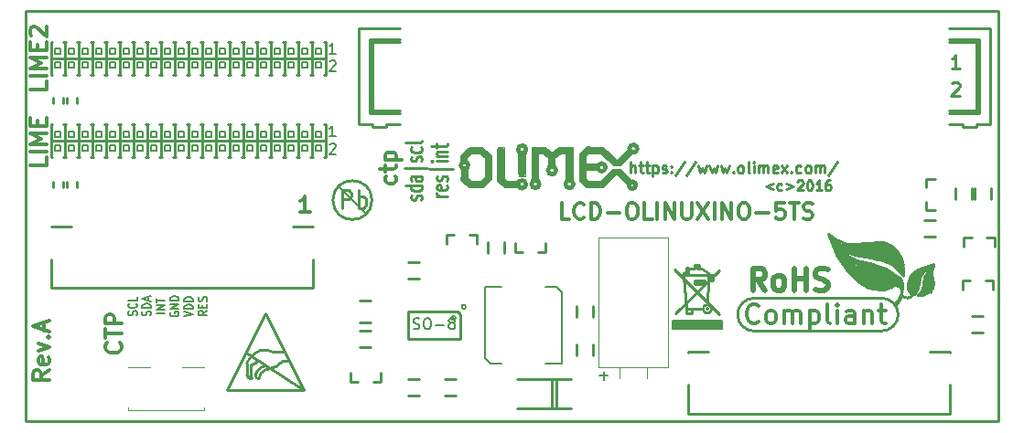
<source format=gbr>
G04 #@! TF.FileFunction,Legend,Top*
%FSLAX46Y46*%
G04 Gerber Fmt 4.6, Leading zero omitted, Abs format (unit mm)*
G04 Created by KiCad (PCBNEW 4.0.2+dfsg1-stable) date  3.05.2016 (вт) 14:48:15 EEST*
%MOMM*%
G01*
G04 APERTURE LIST*
%ADD10C,0.600000*%
%ADD11C,0.300000*%
%ADD12C,0.250000*%
%ADD13C,0.175000*%
%ADD14C,0.225000*%
%ADD15C,0.254000*%
%ADD16C,0.127000*%
%ADD17C,0.100000*%
%ADD18C,0.700000*%
%ADD19C,0.400000*%
%ADD20C,0.500000*%
%ADD21C,0.150000*%
%ADD22C,0.200000*%
%ADD23C,0.508000*%
%ADD24C,0.203200*%
%ADD25C,0.350000*%
G04 APERTURE END LIST*
D10*
D11*
X94206143Y-57265000D02*
X94277571Y-57407857D01*
X94277571Y-57693571D01*
X94206143Y-57836429D01*
X94134714Y-57907857D01*
X93991857Y-57979286D01*
X93563286Y-57979286D01*
X93420429Y-57907857D01*
X93349000Y-57836429D01*
X93277571Y-57693571D01*
X93277571Y-57407857D01*
X93349000Y-57265000D01*
X93277571Y-56836429D02*
X93277571Y-56265000D01*
X92777571Y-56622143D02*
X94063286Y-56622143D01*
X94206143Y-56550715D01*
X94277571Y-56407857D01*
X94277571Y-56265000D01*
X93277571Y-55765000D02*
X94777571Y-55765000D01*
X93349000Y-55765000D02*
X93277571Y-55622143D01*
X93277571Y-55336429D01*
X93349000Y-55193572D01*
X93420429Y-55122143D01*
X93563286Y-55050714D01*
X93991857Y-55050714D01*
X94134714Y-55122143D01*
X94206143Y-55193572D01*
X94277571Y-55336429D01*
X94277571Y-55622143D01*
X94206143Y-55765000D01*
D12*
X96587143Y-59459477D02*
X96658571Y-59364239D01*
X96658571Y-59173763D01*
X96587143Y-59078524D01*
X96444286Y-59030905D01*
X96372857Y-59030905D01*
X96230000Y-59078524D01*
X96158571Y-59173763D01*
X96158571Y-59316620D01*
X96087143Y-59411858D01*
X95944286Y-59459477D01*
X95872857Y-59459477D01*
X95730000Y-59411858D01*
X95658571Y-59316620D01*
X95658571Y-59173763D01*
X95730000Y-59078524D01*
X96658571Y-58173762D02*
X95158571Y-58173762D01*
X96587143Y-58173762D02*
X96658571Y-58269000D01*
X96658571Y-58459477D01*
X96587143Y-58554715D01*
X96515714Y-58602334D01*
X96372857Y-58649953D01*
X95944286Y-58649953D01*
X95801429Y-58602334D01*
X95730000Y-58554715D01*
X95658571Y-58459477D01*
X95658571Y-58269000D01*
X95730000Y-58173762D01*
X96658571Y-57269000D02*
X95872857Y-57269000D01*
X95730000Y-57316619D01*
X95658571Y-57411857D01*
X95658571Y-57602334D01*
X95730000Y-57697572D01*
X96587143Y-57269000D02*
X96658571Y-57364238D01*
X96658571Y-57602334D01*
X96587143Y-57697572D01*
X96444286Y-57745191D01*
X96301429Y-57745191D01*
X96158571Y-57697572D01*
X96087143Y-57602334D01*
X96087143Y-57364238D01*
X96015714Y-57269000D01*
X97158571Y-56554715D02*
X95015714Y-56554715D01*
X96587143Y-55888048D02*
X96658571Y-55792810D01*
X96658571Y-55602334D01*
X96587143Y-55507095D01*
X96444286Y-55459476D01*
X96372857Y-55459476D01*
X96230000Y-55507095D01*
X96158571Y-55602334D01*
X96158571Y-55745191D01*
X96087143Y-55840429D01*
X95944286Y-55888048D01*
X95872857Y-55888048D01*
X95730000Y-55840429D01*
X95658571Y-55745191D01*
X95658571Y-55602334D01*
X95730000Y-55507095D01*
X96587143Y-54602333D02*
X96658571Y-54697571D01*
X96658571Y-54888048D01*
X96587143Y-54983286D01*
X96515714Y-55030905D01*
X96372857Y-55078524D01*
X95944286Y-55078524D01*
X95801429Y-55030905D01*
X95730000Y-54983286D01*
X95658571Y-54888048D01*
X95658571Y-54697571D01*
X95730000Y-54602333D01*
X96658571Y-54030905D02*
X96587143Y-54126143D01*
X96444286Y-54173762D01*
X95158571Y-54173762D01*
X99008571Y-59126143D02*
X98008571Y-59126143D01*
X98294286Y-59126143D02*
X98151429Y-59078524D01*
X98080000Y-59030905D01*
X98008571Y-58935667D01*
X98008571Y-58840428D01*
X98937143Y-58126142D02*
X99008571Y-58221380D01*
X99008571Y-58411857D01*
X98937143Y-58507095D01*
X98794286Y-58554714D01*
X98222857Y-58554714D01*
X98080000Y-58507095D01*
X98008571Y-58411857D01*
X98008571Y-58221380D01*
X98080000Y-58126142D01*
X98222857Y-58078523D01*
X98365714Y-58078523D01*
X98508571Y-58554714D01*
X98937143Y-57697571D02*
X99008571Y-57602333D01*
X99008571Y-57411857D01*
X98937143Y-57316618D01*
X98794286Y-57268999D01*
X98722857Y-57268999D01*
X98580000Y-57316618D01*
X98508571Y-57411857D01*
X98508571Y-57554714D01*
X98437143Y-57649952D01*
X98294286Y-57697571D01*
X98222857Y-57697571D01*
X98080000Y-57649952D01*
X98008571Y-57554714D01*
X98008571Y-57411857D01*
X98080000Y-57316618D01*
X99508571Y-56602333D02*
X97365714Y-56602333D01*
X99008571Y-55888047D02*
X98008571Y-55888047D01*
X97508571Y-55888047D02*
X97580000Y-55935666D01*
X97651429Y-55888047D01*
X97580000Y-55840428D01*
X97508571Y-55888047D01*
X97651429Y-55888047D01*
X98008571Y-55411857D02*
X99008571Y-55411857D01*
X98151429Y-55411857D02*
X98080000Y-55364238D01*
X98008571Y-55269000D01*
X98008571Y-55126142D01*
X98080000Y-55030904D01*
X98222857Y-54983285D01*
X99008571Y-54983285D01*
X98008571Y-54649952D02*
X98008571Y-54269000D01*
X97508571Y-54507095D02*
X98794286Y-54507095D01*
X98937143Y-54459476D01*
X99008571Y-54364238D01*
X99008571Y-54269000D01*
D13*
X70238310Y-70175334D02*
X70276405Y-70075334D01*
X70276405Y-69908667D01*
X70238310Y-69842000D01*
X70200214Y-69808667D01*
X70124024Y-69775334D01*
X70047833Y-69775334D01*
X69971643Y-69808667D01*
X69933548Y-69842000D01*
X69895452Y-69908667D01*
X69857357Y-70042000D01*
X69819262Y-70108667D01*
X69781167Y-70142000D01*
X69704976Y-70175334D01*
X69628786Y-70175334D01*
X69552595Y-70142000D01*
X69514500Y-70108667D01*
X69476405Y-70042000D01*
X69476405Y-69875334D01*
X69514500Y-69775334D01*
X70200214Y-69075333D02*
X70238310Y-69108667D01*
X70276405Y-69208667D01*
X70276405Y-69275333D01*
X70238310Y-69375333D01*
X70162119Y-69442000D01*
X70085929Y-69475333D01*
X69933548Y-69508667D01*
X69819262Y-69508667D01*
X69666881Y-69475333D01*
X69590690Y-69442000D01*
X69514500Y-69375333D01*
X69476405Y-69275333D01*
X69476405Y-69208667D01*
X69514500Y-69108667D01*
X69552595Y-69075333D01*
X70276405Y-68442000D02*
X70276405Y-68775333D01*
X69476405Y-68775333D01*
X71533310Y-70192000D02*
X71571405Y-70092000D01*
X71571405Y-69925333D01*
X71533310Y-69858666D01*
X71495214Y-69825333D01*
X71419024Y-69792000D01*
X71342833Y-69792000D01*
X71266643Y-69825333D01*
X71228548Y-69858666D01*
X71190452Y-69925333D01*
X71152357Y-70058666D01*
X71114262Y-70125333D01*
X71076167Y-70158666D01*
X70999976Y-70192000D01*
X70923786Y-70192000D01*
X70847595Y-70158666D01*
X70809500Y-70125333D01*
X70771405Y-70058666D01*
X70771405Y-69892000D01*
X70809500Y-69792000D01*
X71571405Y-69491999D02*
X70771405Y-69491999D01*
X70771405Y-69325333D01*
X70809500Y-69225333D01*
X70885690Y-69158666D01*
X70961881Y-69125333D01*
X71114262Y-69091999D01*
X71228548Y-69091999D01*
X71380929Y-69125333D01*
X71457119Y-69158666D01*
X71533310Y-69225333D01*
X71571405Y-69325333D01*
X71571405Y-69491999D01*
X71342833Y-68825333D02*
X71342833Y-68491999D01*
X71571405Y-68891999D02*
X70771405Y-68658666D01*
X71571405Y-68425333D01*
X72866405Y-69975332D02*
X72066405Y-69975332D01*
X72866405Y-69641999D02*
X72066405Y-69641999D01*
X72866405Y-69241999D01*
X72066405Y-69241999D01*
X72066405Y-69008666D02*
X72066405Y-68608666D01*
X72866405Y-68808666D02*
X72066405Y-68808666D01*
X73399500Y-69875333D02*
X73361405Y-69941999D01*
X73361405Y-70041999D01*
X73399500Y-70141999D01*
X73475690Y-70208666D01*
X73551881Y-70241999D01*
X73704262Y-70275333D01*
X73818548Y-70275333D01*
X73970929Y-70241999D01*
X74047119Y-70208666D01*
X74123310Y-70141999D01*
X74161405Y-70041999D01*
X74161405Y-69975333D01*
X74123310Y-69875333D01*
X74085214Y-69841999D01*
X73818548Y-69841999D01*
X73818548Y-69975333D01*
X74161405Y-69541999D02*
X73361405Y-69541999D01*
X74161405Y-69141999D01*
X73361405Y-69141999D01*
X74161405Y-68808666D02*
X73361405Y-68808666D01*
X73361405Y-68642000D01*
X73399500Y-68542000D01*
X73475690Y-68475333D01*
X73551881Y-68442000D01*
X73704262Y-68408666D01*
X73818548Y-68408666D01*
X73970929Y-68442000D01*
X74047119Y-68475333D01*
X74123310Y-68542000D01*
X74161405Y-68642000D01*
X74161405Y-68808666D01*
X74656405Y-70275333D02*
X75456405Y-70042000D01*
X74656405Y-69808667D01*
X75456405Y-69575333D02*
X74656405Y-69575333D01*
X74656405Y-69408667D01*
X74694500Y-69308667D01*
X74770690Y-69242000D01*
X74846881Y-69208667D01*
X74999262Y-69175333D01*
X75113548Y-69175333D01*
X75265929Y-69208667D01*
X75342119Y-69242000D01*
X75418310Y-69308667D01*
X75456405Y-69408667D01*
X75456405Y-69575333D01*
X75456405Y-68875333D02*
X74656405Y-68875333D01*
X74656405Y-68708667D01*
X74694500Y-68608667D01*
X74770690Y-68542000D01*
X74846881Y-68508667D01*
X74999262Y-68475333D01*
X75113548Y-68475333D01*
X75265929Y-68508667D01*
X75342119Y-68542000D01*
X75418310Y-68608667D01*
X75456405Y-68708667D01*
X75456405Y-68875333D01*
X76751405Y-69775333D02*
X76370452Y-70008667D01*
X76751405Y-70175333D02*
X75951405Y-70175333D01*
X75951405Y-69908667D01*
X75989500Y-69842000D01*
X76027595Y-69808667D01*
X76103786Y-69775333D01*
X76218071Y-69775333D01*
X76294262Y-69808667D01*
X76332357Y-69842000D01*
X76370452Y-69908667D01*
X76370452Y-70175333D01*
X76332357Y-69475333D02*
X76332357Y-69242000D01*
X76751405Y-69142000D02*
X76751405Y-69475333D01*
X75951405Y-69475333D01*
X75951405Y-69142000D01*
X76713310Y-68875334D02*
X76751405Y-68775334D01*
X76751405Y-68608667D01*
X76713310Y-68542000D01*
X76675214Y-68508667D01*
X76599024Y-68475334D01*
X76522833Y-68475334D01*
X76446643Y-68508667D01*
X76408548Y-68542000D01*
X76370452Y-68608667D01*
X76332357Y-68742000D01*
X76294262Y-68808667D01*
X76256167Y-68842000D01*
X76179976Y-68875334D01*
X76103786Y-68875334D01*
X76027595Y-68842000D01*
X75989500Y-68808667D01*
X75951405Y-68742000D01*
X75951405Y-68575334D01*
X75989500Y-68475334D01*
D11*
X68734714Y-72739142D02*
X68806143Y-72810571D01*
X68877571Y-73024857D01*
X68877571Y-73167714D01*
X68806143Y-73381999D01*
X68663286Y-73524857D01*
X68520429Y-73596285D01*
X68234714Y-73667714D01*
X68020429Y-73667714D01*
X67734714Y-73596285D01*
X67591857Y-73524857D01*
X67449000Y-73381999D01*
X67377571Y-73167714D01*
X67377571Y-73024857D01*
X67449000Y-72810571D01*
X67520429Y-72739142D01*
X67377571Y-72310571D02*
X67377571Y-71453428D01*
X68877571Y-71881999D02*
X67377571Y-71881999D01*
X68877571Y-70953428D02*
X67377571Y-70953428D01*
X67377571Y-70382000D01*
X67449000Y-70239142D01*
X67520429Y-70167714D01*
X67663286Y-70096285D01*
X67877571Y-70096285D01*
X68020429Y-70167714D01*
X68091857Y-70239142D01*
X68163286Y-70382000D01*
X68163286Y-70953428D01*
X86280572Y-60622571D02*
X85423429Y-60622571D01*
X85852001Y-60622571D02*
X85852001Y-59122571D01*
X85709144Y-59336857D01*
X85566286Y-59479714D01*
X85423429Y-59551143D01*
X62146571Y-75282999D02*
X61432286Y-75782999D01*
X62146571Y-76140142D02*
X60646571Y-76140142D01*
X60646571Y-75568714D01*
X60718000Y-75425856D01*
X60789429Y-75354428D01*
X60932286Y-75282999D01*
X61146571Y-75282999D01*
X61289429Y-75354428D01*
X61360857Y-75425856D01*
X61432286Y-75568714D01*
X61432286Y-76140142D01*
X62075143Y-74068714D02*
X62146571Y-74211571D01*
X62146571Y-74497285D01*
X62075143Y-74640142D01*
X61932286Y-74711571D01*
X61360857Y-74711571D01*
X61218000Y-74640142D01*
X61146571Y-74497285D01*
X61146571Y-74211571D01*
X61218000Y-74068714D01*
X61360857Y-73997285D01*
X61503714Y-73997285D01*
X61646571Y-74711571D01*
X61146571Y-73497285D02*
X62146571Y-73140142D01*
X61146571Y-72783000D01*
X62003714Y-72211571D02*
X62075143Y-72140143D01*
X62146571Y-72211571D01*
X62075143Y-72283000D01*
X62003714Y-72211571D01*
X62146571Y-72211571D01*
X61718000Y-71568714D02*
X61718000Y-70854428D01*
X62146571Y-71711571D02*
X60646571Y-71211571D01*
X62146571Y-70711571D01*
D14*
X129130714Y-57973143D02*
X128445000Y-58230286D01*
X129130714Y-58487429D01*
X129945000Y-58530286D02*
X129859286Y-58573143D01*
X129687857Y-58573143D01*
X129602143Y-58530286D01*
X129559286Y-58487429D01*
X129516429Y-58401714D01*
X129516429Y-58144571D01*
X129559286Y-58058857D01*
X129602143Y-58016000D01*
X129687857Y-57973143D01*
X129859286Y-57973143D01*
X129945000Y-58016000D01*
X130330715Y-57973143D02*
X131016429Y-58230286D01*
X130330715Y-58487429D01*
X131402144Y-57758857D02*
X131445001Y-57716000D01*
X131530715Y-57673143D01*
X131745001Y-57673143D01*
X131830715Y-57716000D01*
X131873572Y-57758857D01*
X131916429Y-57844571D01*
X131916429Y-57930286D01*
X131873572Y-58058857D01*
X131359286Y-58573143D01*
X131916429Y-58573143D01*
X132473572Y-57673143D02*
X132559287Y-57673143D01*
X132645001Y-57716000D01*
X132687858Y-57758857D01*
X132730715Y-57844571D01*
X132773572Y-58016000D01*
X132773572Y-58230286D01*
X132730715Y-58401714D01*
X132687858Y-58487429D01*
X132645001Y-58530286D01*
X132559287Y-58573143D01*
X132473572Y-58573143D01*
X132387858Y-58530286D01*
X132345001Y-58487429D01*
X132302144Y-58401714D01*
X132259287Y-58230286D01*
X132259287Y-58016000D01*
X132302144Y-57844571D01*
X132345001Y-57758857D01*
X132387858Y-57716000D01*
X132473572Y-57673143D01*
X133630715Y-58573143D02*
X133116430Y-58573143D01*
X133373572Y-58573143D02*
X133373572Y-57673143D01*
X133287858Y-57801714D01*
X133202144Y-57887429D01*
X133116430Y-57930286D01*
X134402144Y-57673143D02*
X134230715Y-57673143D01*
X134145001Y-57716000D01*
X134102144Y-57758857D01*
X134016430Y-57887429D01*
X133973573Y-58058857D01*
X133973573Y-58401714D01*
X134016430Y-58487429D01*
X134059287Y-58530286D01*
X134145001Y-58573143D01*
X134316430Y-58573143D01*
X134402144Y-58530286D01*
X134445001Y-58487429D01*
X134487858Y-58401714D01*
X134487858Y-58187429D01*
X134445001Y-58101714D01*
X134402144Y-58058857D01*
X134316430Y-58016000D01*
X134145001Y-58016000D01*
X134059287Y-58058857D01*
X134016430Y-58101714D01*
X133973573Y-58187429D01*
D12*
X115976000Y-56967381D02*
X115976000Y-55967381D01*
X116404572Y-56967381D02*
X116404572Y-56443571D01*
X116356953Y-56348333D01*
X116261715Y-56300714D01*
X116118857Y-56300714D01*
X116023619Y-56348333D01*
X115976000Y-56395952D01*
X116737905Y-56300714D02*
X117118857Y-56300714D01*
X116880762Y-55967381D02*
X116880762Y-56824524D01*
X116928381Y-56919762D01*
X117023619Y-56967381D01*
X117118857Y-56967381D01*
X117309334Y-56300714D02*
X117690286Y-56300714D01*
X117452191Y-55967381D02*
X117452191Y-56824524D01*
X117499810Y-56919762D01*
X117595048Y-56967381D01*
X117690286Y-56967381D01*
X118023620Y-56300714D02*
X118023620Y-57300714D01*
X118023620Y-56348333D02*
X118118858Y-56300714D01*
X118309335Y-56300714D01*
X118404573Y-56348333D01*
X118452192Y-56395952D01*
X118499811Y-56491190D01*
X118499811Y-56776905D01*
X118452192Y-56872143D01*
X118404573Y-56919762D01*
X118309335Y-56967381D01*
X118118858Y-56967381D01*
X118023620Y-56919762D01*
X118880763Y-56919762D02*
X118976001Y-56967381D01*
X119166477Y-56967381D01*
X119261716Y-56919762D01*
X119309335Y-56824524D01*
X119309335Y-56776905D01*
X119261716Y-56681667D01*
X119166477Y-56634048D01*
X119023620Y-56634048D01*
X118928382Y-56586429D01*
X118880763Y-56491190D01*
X118880763Y-56443571D01*
X118928382Y-56348333D01*
X119023620Y-56300714D01*
X119166477Y-56300714D01*
X119261716Y-56348333D01*
X119737906Y-56872143D02*
X119785525Y-56919762D01*
X119737906Y-56967381D01*
X119690287Y-56919762D01*
X119737906Y-56872143D01*
X119737906Y-56967381D01*
X119737906Y-56348333D02*
X119785525Y-56395952D01*
X119737906Y-56443571D01*
X119690287Y-56395952D01*
X119737906Y-56348333D01*
X119737906Y-56443571D01*
X120928382Y-55919762D02*
X120071239Y-57205476D01*
X121976001Y-55919762D02*
X121118858Y-57205476D01*
X122214096Y-56300714D02*
X122404572Y-56967381D01*
X122595049Y-56491190D01*
X122785525Y-56967381D01*
X122976001Y-56300714D01*
X123261715Y-56300714D02*
X123452191Y-56967381D01*
X123642668Y-56491190D01*
X123833144Y-56967381D01*
X124023620Y-56300714D01*
X124309334Y-56300714D02*
X124499810Y-56967381D01*
X124690287Y-56491190D01*
X124880763Y-56967381D01*
X125071239Y-56300714D01*
X125452191Y-56872143D02*
X125499810Y-56919762D01*
X125452191Y-56967381D01*
X125404572Y-56919762D01*
X125452191Y-56872143D01*
X125452191Y-56967381D01*
X126071238Y-56967381D02*
X125976000Y-56919762D01*
X125928381Y-56872143D01*
X125880762Y-56776905D01*
X125880762Y-56491190D01*
X125928381Y-56395952D01*
X125976000Y-56348333D01*
X126071238Y-56300714D01*
X126214096Y-56300714D01*
X126309334Y-56348333D01*
X126356953Y-56395952D01*
X126404572Y-56491190D01*
X126404572Y-56776905D01*
X126356953Y-56872143D01*
X126309334Y-56919762D01*
X126214096Y-56967381D01*
X126071238Y-56967381D01*
X126976000Y-56967381D02*
X126880762Y-56919762D01*
X126833143Y-56824524D01*
X126833143Y-55967381D01*
X127356953Y-56967381D02*
X127356953Y-56300714D01*
X127356953Y-55967381D02*
X127309334Y-56015000D01*
X127356953Y-56062619D01*
X127404572Y-56015000D01*
X127356953Y-55967381D01*
X127356953Y-56062619D01*
X127833143Y-56967381D02*
X127833143Y-56300714D01*
X127833143Y-56395952D02*
X127880762Y-56348333D01*
X127976000Y-56300714D01*
X128118858Y-56300714D01*
X128214096Y-56348333D01*
X128261715Y-56443571D01*
X128261715Y-56967381D01*
X128261715Y-56443571D02*
X128309334Y-56348333D01*
X128404572Y-56300714D01*
X128547429Y-56300714D01*
X128642667Y-56348333D01*
X128690286Y-56443571D01*
X128690286Y-56967381D01*
X129547429Y-56919762D02*
X129452191Y-56967381D01*
X129261714Y-56967381D01*
X129166476Y-56919762D01*
X129118857Y-56824524D01*
X129118857Y-56443571D01*
X129166476Y-56348333D01*
X129261714Y-56300714D01*
X129452191Y-56300714D01*
X129547429Y-56348333D01*
X129595048Y-56443571D01*
X129595048Y-56538810D01*
X129118857Y-56634048D01*
X129928381Y-56967381D02*
X130452191Y-56300714D01*
X129928381Y-56300714D02*
X130452191Y-56967381D01*
X130833143Y-56872143D02*
X130880762Y-56919762D01*
X130833143Y-56967381D01*
X130785524Y-56919762D01*
X130833143Y-56872143D01*
X130833143Y-56967381D01*
X131737905Y-56919762D02*
X131642667Y-56967381D01*
X131452190Y-56967381D01*
X131356952Y-56919762D01*
X131309333Y-56872143D01*
X131261714Y-56776905D01*
X131261714Y-56491190D01*
X131309333Y-56395952D01*
X131356952Y-56348333D01*
X131452190Y-56300714D01*
X131642667Y-56300714D01*
X131737905Y-56348333D01*
X132309333Y-56967381D02*
X132214095Y-56919762D01*
X132166476Y-56872143D01*
X132118857Y-56776905D01*
X132118857Y-56491190D01*
X132166476Y-56395952D01*
X132214095Y-56348333D01*
X132309333Y-56300714D01*
X132452191Y-56300714D01*
X132547429Y-56348333D01*
X132595048Y-56395952D01*
X132642667Y-56491190D01*
X132642667Y-56776905D01*
X132595048Y-56872143D01*
X132547429Y-56919762D01*
X132452191Y-56967381D01*
X132309333Y-56967381D01*
X133071238Y-56967381D02*
X133071238Y-56300714D01*
X133071238Y-56395952D02*
X133118857Y-56348333D01*
X133214095Y-56300714D01*
X133356953Y-56300714D01*
X133452191Y-56348333D01*
X133499810Y-56443571D01*
X133499810Y-56967381D01*
X133499810Y-56443571D02*
X133547429Y-56348333D01*
X133642667Y-56300714D01*
X133785524Y-56300714D01*
X133880762Y-56348333D01*
X133928381Y-56443571D01*
X133928381Y-56967381D01*
X135118857Y-55919762D02*
X134261714Y-57205476D01*
D11*
X110300857Y-61257571D02*
X109586571Y-61257571D01*
X109586571Y-59757571D01*
X111658000Y-61114714D02*
X111586571Y-61186143D01*
X111372285Y-61257571D01*
X111229428Y-61257571D01*
X111015143Y-61186143D01*
X110872285Y-61043286D01*
X110800857Y-60900429D01*
X110729428Y-60614714D01*
X110729428Y-60400429D01*
X110800857Y-60114714D01*
X110872285Y-59971857D01*
X111015143Y-59829000D01*
X111229428Y-59757571D01*
X111372285Y-59757571D01*
X111586571Y-59829000D01*
X111658000Y-59900429D01*
X112300857Y-61257571D02*
X112300857Y-59757571D01*
X112658000Y-59757571D01*
X112872285Y-59829000D01*
X113015143Y-59971857D01*
X113086571Y-60114714D01*
X113158000Y-60400429D01*
X113158000Y-60614714D01*
X113086571Y-60900429D01*
X113015143Y-61043286D01*
X112872285Y-61186143D01*
X112658000Y-61257571D01*
X112300857Y-61257571D01*
X113800857Y-60686143D02*
X114943714Y-60686143D01*
X115943714Y-59757571D02*
X116229428Y-59757571D01*
X116372286Y-59829000D01*
X116515143Y-59971857D01*
X116586571Y-60257571D01*
X116586571Y-60757571D01*
X116515143Y-61043286D01*
X116372286Y-61186143D01*
X116229428Y-61257571D01*
X115943714Y-61257571D01*
X115800857Y-61186143D01*
X115658000Y-61043286D01*
X115586571Y-60757571D01*
X115586571Y-60257571D01*
X115658000Y-59971857D01*
X115800857Y-59829000D01*
X115943714Y-59757571D01*
X117943715Y-61257571D02*
X117229429Y-61257571D01*
X117229429Y-59757571D01*
X118443715Y-61257571D02*
X118443715Y-59757571D01*
X119158001Y-61257571D02*
X119158001Y-59757571D01*
X120015144Y-61257571D01*
X120015144Y-59757571D01*
X120729430Y-59757571D02*
X120729430Y-60971857D01*
X120800858Y-61114714D01*
X120872287Y-61186143D01*
X121015144Y-61257571D01*
X121300858Y-61257571D01*
X121443716Y-61186143D01*
X121515144Y-61114714D01*
X121586573Y-60971857D01*
X121586573Y-59757571D01*
X122158002Y-59757571D02*
X123158002Y-61257571D01*
X123158002Y-59757571D02*
X122158002Y-61257571D01*
X123729430Y-61257571D02*
X123729430Y-59757571D01*
X124443716Y-61257571D02*
X124443716Y-59757571D01*
X125300859Y-61257571D01*
X125300859Y-59757571D01*
X126300859Y-59757571D02*
X126586573Y-59757571D01*
X126729431Y-59829000D01*
X126872288Y-59971857D01*
X126943716Y-60257571D01*
X126943716Y-60757571D01*
X126872288Y-61043286D01*
X126729431Y-61186143D01*
X126586573Y-61257571D01*
X126300859Y-61257571D01*
X126158002Y-61186143D01*
X126015145Y-61043286D01*
X125943716Y-60757571D01*
X125943716Y-60257571D01*
X126015145Y-59971857D01*
X126158002Y-59829000D01*
X126300859Y-59757571D01*
X127586574Y-60686143D02*
X128729431Y-60686143D01*
X130158003Y-59757571D02*
X129443717Y-59757571D01*
X129372288Y-60471857D01*
X129443717Y-60400429D01*
X129586574Y-60329000D01*
X129943717Y-60329000D01*
X130086574Y-60400429D01*
X130158003Y-60471857D01*
X130229431Y-60614714D01*
X130229431Y-60971857D01*
X130158003Y-61114714D01*
X130086574Y-61186143D01*
X129943717Y-61257571D01*
X129586574Y-61257571D01*
X129443717Y-61186143D01*
X129372288Y-61114714D01*
X130658002Y-59757571D02*
X131515145Y-59757571D01*
X131086574Y-61257571D02*
X131086574Y-59757571D01*
X131943716Y-61186143D02*
X132158002Y-61257571D01*
X132515145Y-61257571D01*
X132658002Y-61186143D01*
X132729431Y-61114714D01*
X132800859Y-60971857D01*
X132800859Y-60829000D01*
X132729431Y-60686143D01*
X132658002Y-60614714D01*
X132515145Y-60543286D01*
X132229431Y-60471857D01*
X132086573Y-60400429D01*
X132015145Y-60329000D01*
X131943716Y-60186143D01*
X131943716Y-60043286D01*
X132015145Y-59900429D01*
X132086573Y-59829000D01*
X132229431Y-59757571D01*
X132586573Y-59757571D01*
X132800859Y-59829000D01*
X61892571Y-48497857D02*
X61892571Y-49212143D01*
X60392571Y-49212143D01*
X61892571Y-47997857D02*
X60392571Y-47997857D01*
X61892571Y-47283571D02*
X60392571Y-47283571D01*
X61464000Y-46783571D01*
X60392571Y-46283571D01*
X61892571Y-46283571D01*
X61106857Y-45569285D02*
X61106857Y-45069285D01*
X61892571Y-44854999D02*
X61892571Y-45569285D01*
X60392571Y-45569285D01*
X60392571Y-44854999D01*
X60535429Y-44283571D02*
X60464000Y-44212142D01*
X60392571Y-44069285D01*
X60392571Y-43712142D01*
X60464000Y-43569285D01*
X60535429Y-43497856D01*
X60678286Y-43426428D01*
X60821143Y-43426428D01*
X61035429Y-43497856D01*
X61892571Y-44354999D01*
X61892571Y-43426428D01*
X61892571Y-55530571D02*
X61892571Y-56244857D01*
X60392571Y-56244857D01*
X61892571Y-55030571D02*
X60392571Y-55030571D01*
X61892571Y-54316285D02*
X60392571Y-54316285D01*
X61464000Y-53816285D01*
X60392571Y-53316285D01*
X61892571Y-53316285D01*
X61106857Y-52601999D02*
X61106857Y-52101999D01*
X61892571Y-51887713D02*
X61892571Y-52601999D01*
X60392571Y-52601999D01*
X60392571Y-51887713D01*
D15*
X60000000Y-42000000D02*
X60000000Y-80000000D01*
X150000000Y-42000000D02*
X60000000Y-42000000D01*
X150000000Y-80000000D02*
X150000000Y-42000000D01*
X60000000Y-80000000D02*
X150000000Y-80000000D01*
D16*
X109093000Y-67564000D02*
X108045000Y-67564000D01*
X102489000Y-67564000D02*
X102489000Y-74168000D01*
X102489000Y-74168000D02*
X102997000Y-74676000D01*
X108045000Y-74676000D02*
X109601000Y-74676000D01*
X109601000Y-74676000D02*
X109601000Y-68072000D01*
X109601000Y-68072000D02*
X109093000Y-67564000D01*
X102997000Y-74676000D02*
X104045000Y-74676000D01*
X104045000Y-67564000D02*
X102489000Y-67564000D01*
D15*
X96393000Y-65278000D02*
X95377000Y-65278000D01*
X96393000Y-66802000D02*
X95377000Y-66802000D01*
X90932000Y-70866000D02*
X91948000Y-70866000D01*
X90932000Y-68834000D02*
X91948000Y-68834000D01*
X108640000Y-78820000D02*
X108640000Y-76120000D01*
X105450000Y-78820000D02*
X110450000Y-78820000D01*
X109080000Y-78820000D02*
X109080000Y-76120000D01*
X110450000Y-76120000D02*
X105450000Y-76120000D01*
X107388660Y-64302640D02*
X108099860Y-64302640D01*
X108099860Y-63464440D02*
X108099860Y-64302640D01*
X105255060Y-63464440D02*
X105255060Y-64302640D01*
X105255060Y-64302640D02*
X105966260Y-64302640D01*
X92148660Y-76367640D02*
X92859860Y-76367640D01*
X92859860Y-75529440D02*
X92859860Y-76367640D01*
X90015060Y-75529440D02*
X90015060Y-76367640D01*
X90015060Y-76367640D02*
X90726260Y-76367640D01*
X143291560Y-59702700D02*
X143291560Y-60413900D01*
X144129760Y-60413900D02*
X143291560Y-60413900D01*
X144129760Y-57569100D02*
X143291560Y-57569100D01*
X143291560Y-57569100D02*
X143291560Y-58280300D01*
X63627000Y-46355000D02*
X63627000Y-47879000D01*
X63627000Y-44831000D02*
X63627000Y-46355000D01*
X64897000Y-46355000D02*
X64897000Y-47879000D01*
X66167000Y-46355000D02*
X66167000Y-47879000D01*
X67437000Y-46355000D02*
X67437000Y-47879000D01*
X68707000Y-46355000D02*
X68707000Y-47879000D01*
X69977000Y-46355000D02*
X69977000Y-47879000D01*
X71247000Y-46355000D02*
X71247000Y-47879000D01*
X72517000Y-46355000D02*
X72517000Y-47879000D01*
X73787000Y-46355000D02*
X73787000Y-47879000D01*
X64897000Y-44831000D02*
X64897000Y-46355000D01*
X66167000Y-44831000D02*
X66167000Y-46355000D01*
X67437000Y-44831000D02*
X67437000Y-46355000D01*
X68707000Y-44831000D02*
X68707000Y-46355000D01*
X69977000Y-44831000D02*
X69977000Y-46355000D01*
X71247000Y-44831000D02*
X71247000Y-46355000D01*
X72517000Y-44831000D02*
X72517000Y-46355000D01*
X73787000Y-44831000D02*
X73787000Y-46355000D01*
X73787000Y-47879000D02*
X73660000Y-47879000D01*
X73914000Y-47879000D02*
X73787000Y-47879000D01*
X72517000Y-47879000D02*
X72390000Y-47879000D01*
X72644000Y-47879000D02*
X72517000Y-47879000D01*
X71247000Y-47879000D02*
X71120000Y-47879000D01*
X71374000Y-47879000D02*
X71247000Y-47879000D01*
X69977000Y-47879000D02*
X69850000Y-47879000D01*
X70104000Y-47879000D02*
X69977000Y-47879000D01*
X68707000Y-47879000D02*
X68580000Y-47879000D01*
X68834000Y-47879000D02*
X68707000Y-47879000D01*
X67437000Y-47879000D02*
X67310000Y-47879000D01*
X67564000Y-47879000D02*
X67437000Y-47879000D01*
X66167000Y-47879000D02*
X66040000Y-47879000D01*
X66294000Y-47879000D02*
X66167000Y-47879000D01*
X64897000Y-47879000D02*
X64770000Y-47879000D01*
X65024000Y-47879000D02*
X64897000Y-47879000D01*
X63754000Y-47879000D02*
X63500000Y-47879000D01*
X63627000Y-44831000D02*
X63500000Y-44831000D01*
X63754000Y-44831000D02*
X63627000Y-44831000D01*
X64897000Y-44831000D02*
X64770000Y-44831000D01*
X65024000Y-44831000D02*
X64897000Y-44831000D01*
X66167000Y-44831000D02*
X66040000Y-44831000D01*
X66294000Y-44831000D02*
X66167000Y-44831000D01*
X67437000Y-44831000D02*
X67310000Y-44831000D01*
X67564000Y-44831000D02*
X67437000Y-44831000D01*
X68707000Y-44831000D02*
X68580000Y-44831000D01*
X68834000Y-44831000D02*
X68707000Y-44831000D01*
X69977000Y-44831000D02*
X69850000Y-44831000D01*
X70104000Y-44831000D02*
X69977000Y-44831000D01*
X71247000Y-44831000D02*
X71120000Y-44831000D01*
X71374000Y-44831000D02*
X71247000Y-44831000D01*
X72517000Y-44831000D02*
X72390000Y-44831000D01*
X72644000Y-44831000D02*
X72517000Y-44831000D01*
X73787000Y-44831000D02*
X73660000Y-44831000D01*
X73914000Y-44831000D02*
X73787000Y-44831000D01*
X63627000Y-46355000D02*
X62357000Y-46355000D01*
X64897000Y-46355000D02*
X63627000Y-46355000D01*
X66167000Y-46355000D02*
X64897000Y-46355000D01*
X67437000Y-46355000D02*
X66167000Y-46355000D01*
X68707000Y-46355000D02*
X67437000Y-46355000D01*
X69977000Y-46355000D02*
X68707000Y-46355000D01*
X71247000Y-46355000D02*
X69977000Y-46355000D01*
X72517000Y-46355000D02*
X71247000Y-46355000D01*
X73787000Y-46355000D02*
X72517000Y-46355000D01*
X75057000Y-46355000D02*
X73787000Y-46355000D01*
X62357000Y-44831000D02*
X62484000Y-44831000D01*
X62357000Y-46355000D02*
X62357000Y-44831000D01*
X62357000Y-47879000D02*
X62357000Y-46355000D01*
X62484000Y-47879000D02*
X62357000Y-47879000D01*
X75057000Y-44831000D02*
X74930000Y-44831000D01*
X74930000Y-47879000D02*
X75057000Y-47879000D01*
D16*
X63246000Y-45466000D02*
X63246000Y-45974000D01*
X63246000Y-45974000D02*
X62738000Y-45974000D01*
X62738000Y-45466000D02*
X62738000Y-45974000D01*
X63246000Y-45466000D02*
X62738000Y-45466000D01*
X64516000Y-45466000D02*
X64516000Y-45974000D01*
X64516000Y-45974000D02*
X64008000Y-45974000D01*
X64008000Y-45466000D02*
X64008000Y-45974000D01*
X64516000Y-45466000D02*
X64008000Y-45466000D01*
X65786000Y-45466000D02*
X65786000Y-45974000D01*
X65786000Y-45974000D02*
X65278000Y-45974000D01*
X65278000Y-45466000D02*
X65278000Y-45974000D01*
X65786000Y-45466000D02*
X65278000Y-45466000D01*
X67056000Y-45466000D02*
X67056000Y-45974000D01*
X67056000Y-45974000D02*
X66548000Y-45974000D01*
X66548000Y-45466000D02*
X66548000Y-45974000D01*
X67056000Y-45466000D02*
X66548000Y-45466000D01*
X68326000Y-45466000D02*
X68326000Y-45974000D01*
X68326000Y-45974000D02*
X67818000Y-45974000D01*
X67818000Y-45466000D02*
X67818000Y-45974000D01*
X68326000Y-45466000D02*
X67818000Y-45466000D01*
X69596000Y-45466000D02*
X69596000Y-45974000D01*
X69596000Y-45974000D02*
X69088000Y-45974000D01*
X69088000Y-45466000D02*
X69088000Y-45974000D01*
X69596000Y-45466000D02*
X69088000Y-45466000D01*
X70866000Y-45466000D02*
X70866000Y-45974000D01*
X70866000Y-45974000D02*
X70358000Y-45974000D01*
X70358000Y-45466000D02*
X70358000Y-45974000D01*
X70866000Y-45466000D02*
X70358000Y-45466000D01*
X72136000Y-45466000D02*
X72136000Y-45974000D01*
X72136000Y-45974000D02*
X71628000Y-45974000D01*
X71628000Y-45466000D02*
X71628000Y-45974000D01*
X72136000Y-45466000D02*
X71628000Y-45466000D01*
X73406000Y-45466000D02*
X73406000Y-45974000D01*
X73406000Y-45974000D02*
X72898000Y-45974000D01*
X72898000Y-45466000D02*
X72898000Y-45974000D01*
X73406000Y-45466000D02*
X72898000Y-45466000D01*
X74676000Y-45466000D02*
X74676000Y-45974000D01*
X74676000Y-45974000D02*
X74168000Y-45974000D01*
X74168000Y-45466000D02*
X74168000Y-45974000D01*
X74676000Y-45466000D02*
X74168000Y-45466000D01*
X63246000Y-46736000D02*
X63246000Y-47244000D01*
X63246000Y-47244000D02*
X62738000Y-47244000D01*
X62738000Y-46736000D02*
X62738000Y-47244000D01*
X63246000Y-46736000D02*
X62738000Y-46736000D01*
X64516000Y-46736000D02*
X64516000Y-47244000D01*
X64516000Y-47244000D02*
X64008000Y-47244000D01*
X64008000Y-46736000D02*
X64008000Y-47244000D01*
X64516000Y-46736000D02*
X64008000Y-46736000D01*
X65786000Y-46736000D02*
X65786000Y-47244000D01*
X65786000Y-47244000D02*
X65278000Y-47244000D01*
X65278000Y-46736000D02*
X65278000Y-47244000D01*
X65786000Y-46736000D02*
X65278000Y-46736000D01*
X67056000Y-46736000D02*
X67056000Y-47244000D01*
X67056000Y-47244000D02*
X66548000Y-47244000D01*
X66548000Y-46736000D02*
X66548000Y-47244000D01*
X67056000Y-46736000D02*
X66548000Y-46736000D01*
X68326000Y-46736000D02*
X68326000Y-47244000D01*
X68326000Y-47244000D02*
X67818000Y-47244000D01*
X67818000Y-46736000D02*
X67818000Y-47244000D01*
X68326000Y-46736000D02*
X67818000Y-46736000D01*
X69596000Y-46736000D02*
X69596000Y-47244000D01*
X69596000Y-47244000D02*
X69088000Y-47244000D01*
X69088000Y-46736000D02*
X69088000Y-47244000D01*
X69596000Y-46736000D02*
X69088000Y-46736000D01*
X70866000Y-46736000D02*
X70866000Y-47244000D01*
X70866000Y-47244000D02*
X70358000Y-47244000D01*
X70358000Y-46736000D02*
X70358000Y-47244000D01*
X70866000Y-46736000D02*
X70358000Y-46736000D01*
X72136000Y-46736000D02*
X72136000Y-47244000D01*
X72136000Y-47244000D02*
X71628000Y-47244000D01*
X71628000Y-46736000D02*
X71628000Y-47244000D01*
X72136000Y-46736000D02*
X71628000Y-46736000D01*
X73406000Y-46736000D02*
X73406000Y-47244000D01*
X73406000Y-47244000D02*
X72898000Y-47244000D01*
X72898000Y-46736000D02*
X72898000Y-47244000D01*
X73406000Y-46736000D02*
X72898000Y-46736000D01*
X74676000Y-46736000D02*
X74676000Y-47244000D01*
X74676000Y-47244000D02*
X74168000Y-47244000D01*
X74168000Y-46736000D02*
X74168000Y-47244000D01*
X74676000Y-46736000D02*
X74168000Y-46736000D01*
X87376000Y-46736000D02*
X86868000Y-46736000D01*
X86868000Y-46736000D02*
X86868000Y-47244000D01*
X87376000Y-47244000D02*
X86868000Y-47244000D01*
X87376000Y-46736000D02*
X87376000Y-47244000D01*
X86106000Y-46736000D02*
X85598000Y-46736000D01*
X85598000Y-46736000D02*
X85598000Y-47244000D01*
X86106000Y-47244000D02*
X85598000Y-47244000D01*
X86106000Y-46736000D02*
X86106000Y-47244000D01*
X84836000Y-46736000D02*
X84328000Y-46736000D01*
X84328000Y-46736000D02*
X84328000Y-47244000D01*
X84836000Y-47244000D02*
X84328000Y-47244000D01*
X84836000Y-46736000D02*
X84836000Y-47244000D01*
X83566000Y-46736000D02*
X83058000Y-46736000D01*
X83058000Y-46736000D02*
X83058000Y-47244000D01*
X83566000Y-47244000D02*
X83058000Y-47244000D01*
X83566000Y-46736000D02*
X83566000Y-47244000D01*
X82296000Y-46736000D02*
X81788000Y-46736000D01*
X81788000Y-46736000D02*
X81788000Y-47244000D01*
X82296000Y-47244000D02*
X81788000Y-47244000D01*
X82296000Y-46736000D02*
X82296000Y-47244000D01*
X81026000Y-46736000D02*
X80518000Y-46736000D01*
X80518000Y-46736000D02*
X80518000Y-47244000D01*
X81026000Y-47244000D02*
X80518000Y-47244000D01*
X81026000Y-46736000D02*
X81026000Y-47244000D01*
X79756000Y-46736000D02*
X79248000Y-46736000D01*
X79248000Y-46736000D02*
X79248000Y-47244000D01*
X79756000Y-47244000D02*
X79248000Y-47244000D01*
X79756000Y-46736000D02*
X79756000Y-47244000D01*
X78486000Y-46736000D02*
X77978000Y-46736000D01*
X77978000Y-46736000D02*
X77978000Y-47244000D01*
X78486000Y-47244000D02*
X77978000Y-47244000D01*
X78486000Y-46736000D02*
X78486000Y-47244000D01*
X77216000Y-46736000D02*
X76708000Y-46736000D01*
X76708000Y-46736000D02*
X76708000Y-47244000D01*
X77216000Y-47244000D02*
X76708000Y-47244000D01*
X77216000Y-46736000D02*
X77216000Y-47244000D01*
X75946000Y-46736000D02*
X75438000Y-46736000D01*
X75438000Y-46736000D02*
X75438000Y-47244000D01*
X75946000Y-47244000D02*
X75438000Y-47244000D01*
X75946000Y-46736000D02*
X75946000Y-47244000D01*
X87376000Y-45466000D02*
X86868000Y-45466000D01*
X86868000Y-45466000D02*
X86868000Y-45974000D01*
X87376000Y-45974000D02*
X86868000Y-45974000D01*
X87376000Y-45466000D02*
X87376000Y-45974000D01*
X86106000Y-45466000D02*
X85598000Y-45466000D01*
X85598000Y-45466000D02*
X85598000Y-45974000D01*
X86106000Y-45974000D02*
X85598000Y-45974000D01*
X86106000Y-45466000D02*
X86106000Y-45974000D01*
X84836000Y-45466000D02*
X84328000Y-45466000D01*
X84328000Y-45466000D02*
X84328000Y-45974000D01*
X84836000Y-45974000D02*
X84328000Y-45974000D01*
X84836000Y-45466000D02*
X84836000Y-45974000D01*
X83566000Y-45466000D02*
X83058000Y-45466000D01*
X83058000Y-45466000D02*
X83058000Y-45974000D01*
X83566000Y-45974000D02*
X83058000Y-45974000D01*
X83566000Y-45466000D02*
X83566000Y-45974000D01*
X82296000Y-45466000D02*
X81788000Y-45466000D01*
X81788000Y-45466000D02*
X81788000Y-45974000D01*
X82296000Y-45974000D02*
X81788000Y-45974000D01*
X82296000Y-45466000D02*
X82296000Y-45974000D01*
X81026000Y-45466000D02*
X80518000Y-45466000D01*
X80518000Y-45466000D02*
X80518000Y-45974000D01*
X81026000Y-45974000D02*
X80518000Y-45974000D01*
X81026000Y-45466000D02*
X81026000Y-45974000D01*
X79756000Y-45466000D02*
X79248000Y-45466000D01*
X79248000Y-45466000D02*
X79248000Y-45974000D01*
X79756000Y-45974000D02*
X79248000Y-45974000D01*
X79756000Y-45466000D02*
X79756000Y-45974000D01*
X78486000Y-45466000D02*
X77978000Y-45466000D01*
X77978000Y-45466000D02*
X77978000Y-45974000D01*
X78486000Y-45974000D02*
X77978000Y-45974000D01*
X78486000Y-45466000D02*
X78486000Y-45974000D01*
X77216000Y-45466000D02*
X76708000Y-45466000D01*
X76708000Y-45466000D02*
X76708000Y-45974000D01*
X77216000Y-45974000D02*
X76708000Y-45974000D01*
X77216000Y-45466000D02*
X77216000Y-45974000D01*
X75946000Y-45466000D02*
X75438000Y-45466000D01*
X75438000Y-45466000D02*
X75438000Y-45974000D01*
X75946000Y-45974000D02*
X75438000Y-45974000D01*
X75946000Y-45466000D02*
X75946000Y-45974000D01*
D15*
X87630000Y-47879000D02*
X87757000Y-47879000D01*
X87757000Y-47879000D02*
X87757000Y-46355000D01*
X87757000Y-46355000D02*
X87757000Y-44831000D01*
X87757000Y-44831000D02*
X87630000Y-44831000D01*
X75184000Y-47879000D02*
X75057000Y-47879000D01*
X75057000Y-47879000D02*
X75057000Y-46355000D01*
X75057000Y-46355000D02*
X75057000Y-44831000D01*
X75057000Y-44831000D02*
X75184000Y-44831000D01*
X87757000Y-46355000D02*
X86487000Y-46355000D01*
X86487000Y-46355000D02*
X85217000Y-46355000D01*
X85217000Y-46355000D02*
X83947000Y-46355000D01*
X83947000Y-46355000D02*
X82677000Y-46355000D01*
X82677000Y-46355000D02*
X81407000Y-46355000D01*
X81407000Y-46355000D02*
X80137000Y-46355000D01*
X80137000Y-46355000D02*
X78867000Y-46355000D01*
X78867000Y-46355000D02*
X77597000Y-46355000D01*
X77597000Y-46355000D02*
X76327000Y-46355000D01*
X76327000Y-46355000D02*
X75057000Y-46355000D01*
X86614000Y-44831000D02*
X86487000Y-44831000D01*
X86487000Y-44831000D02*
X86360000Y-44831000D01*
X85344000Y-44831000D02*
X85217000Y-44831000D01*
X85217000Y-44831000D02*
X85090000Y-44831000D01*
X84074000Y-44831000D02*
X83947000Y-44831000D01*
X83947000Y-44831000D02*
X83820000Y-44831000D01*
X82804000Y-44831000D02*
X82677000Y-44831000D01*
X82677000Y-44831000D02*
X82550000Y-44831000D01*
X81534000Y-44831000D02*
X81407000Y-44831000D01*
X81407000Y-44831000D02*
X81280000Y-44831000D01*
X80264000Y-44831000D02*
X80137000Y-44831000D01*
X80137000Y-44831000D02*
X80010000Y-44831000D01*
X78994000Y-44831000D02*
X78867000Y-44831000D01*
X78867000Y-44831000D02*
X78740000Y-44831000D01*
X77724000Y-44831000D02*
X77597000Y-44831000D01*
X77597000Y-44831000D02*
X77470000Y-44831000D01*
X76454000Y-44831000D02*
X76327000Y-44831000D01*
X76327000Y-44831000D02*
X76200000Y-44831000D01*
X76454000Y-47879000D02*
X76200000Y-47879000D01*
X77724000Y-47879000D02*
X77597000Y-47879000D01*
X77597000Y-47879000D02*
X77470000Y-47879000D01*
X78994000Y-47879000D02*
X78867000Y-47879000D01*
X78867000Y-47879000D02*
X78740000Y-47879000D01*
X80264000Y-47879000D02*
X80137000Y-47879000D01*
X80137000Y-47879000D02*
X80010000Y-47879000D01*
X81534000Y-47879000D02*
X81407000Y-47879000D01*
X81407000Y-47879000D02*
X81280000Y-47879000D01*
X82804000Y-47879000D02*
X82677000Y-47879000D01*
X82677000Y-47879000D02*
X82550000Y-47879000D01*
X84074000Y-47879000D02*
X83947000Y-47879000D01*
X83947000Y-47879000D02*
X83820000Y-47879000D01*
X85344000Y-47879000D02*
X85217000Y-47879000D01*
X85217000Y-47879000D02*
X85090000Y-47879000D01*
X86614000Y-47879000D02*
X86487000Y-47879000D01*
X86487000Y-47879000D02*
X86360000Y-47879000D01*
X86487000Y-44831000D02*
X86487000Y-46355000D01*
X85217000Y-44831000D02*
X85217000Y-46355000D01*
X83947000Y-44831000D02*
X83947000Y-46355000D01*
X82677000Y-44831000D02*
X82677000Y-46355000D01*
X81407000Y-44831000D02*
X81407000Y-46355000D01*
X80137000Y-44831000D02*
X80137000Y-46355000D01*
X78867000Y-44831000D02*
X78867000Y-46355000D01*
X77597000Y-44831000D02*
X77597000Y-46355000D01*
X86487000Y-46355000D02*
X86487000Y-47879000D01*
X85217000Y-46355000D02*
X85217000Y-47879000D01*
X83947000Y-46355000D02*
X83947000Y-47879000D01*
X82677000Y-46355000D02*
X82677000Y-47879000D01*
X81407000Y-46355000D02*
X81407000Y-47879000D01*
X80137000Y-46355000D02*
X80137000Y-47879000D01*
X78867000Y-46355000D02*
X78867000Y-47879000D01*
X77597000Y-46355000D02*
X77597000Y-47879000D01*
X76327000Y-44831000D02*
X76327000Y-46355000D01*
X76327000Y-46355000D02*
X76327000Y-47879000D01*
X63627000Y-54032000D02*
X63627000Y-55556000D01*
X63627000Y-52508000D02*
X63627000Y-54032000D01*
X64897000Y-54032000D02*
X64897000Y-55556000D01*
X66167000Y-54032000D02*
X66167000Y-55556000D01*
X67437000Y-54032000D02*
X67437000Y-55556000D01*
X68707000Y-54032000D02*
X68707000Y-55556000D01*
X69977000Y-54032000D02*
X69977000Y-55556000D01*
X71247000Y-54032000D02*
X71247000Y-55556000D01*
X72517000Y-54032000D02*
X72517000Y-55556000D01*
X73787000Y-54032000D02*
X73787000Y-55556000D01*
X64897000Y-52508000D02*
X64897000Y-54032000D01*
X66167000Y-52508000D02*
X66167000Y-54032000D01*
X67437000Y-52508000D02*
X67437000Y-54032000D01*
X68707000Y-52508000D02*
X68707000Y-54032000D01*
X69977000Y-52508000D02*
X69977000Y-54032000D01*
X71247000Y-52508000D02*
X71247000Y-54032000D01*
X72517000Y-52508000D02*
X72517000Y-54032000D01*
X73787000Y-52508000D02*
X73787000Y-54032000D01*
X73787000Y-55556000D02*
X73660000Y-55556000D01*
X73914000Y-55556000D02*
X73787000Y-55556000D01*
X72517000Y-55556000D02*
X72390000Y-55556000D01*
X72644000Y-55556000D02*
X72517000Y-55556000D01*
X71247000Y-55556000D02*
X71120000Y-55556000D01*
X71374000Y-55556000D02*
X71247000Y-55556000D01*
X69977000Y-55556000D02*
X69850000Y-55556000D01*
X70104000Y-55556000D02*
X69977000Y-55556000D01*
X68707000Y-55556000D02*
X68580000Y-55556000D01*
X68834000Y-55556000D02*
X68707000Y-55556000D01*
X67437000Y-55556000D02*
X67310000Y-55556000D01*
X67564000Y-55556000D02*
X67437000Y-55556000D01*
X66167000Y-55556000D02*
X66040000Y-55556000D01*
X66294000Y-55556000D02*
X66167000Y-55556000D01*
X64897000Y-55556000D02*
X64770000Y-55556000D01*
X65024000Y-55556000D02*
X64897000Y-55556000D01*
X63754000Y-55556000D02*
X63500000Y-55556000D01*
X63627000Y-52508000D02*
X63500000Y-52508000D01*
X63754000Y-52508000D02*
X63627000Y-52508000D01*
X64897000Y-52508000D02*
X64770000Y-52508000D01*
X65024000Y-52508000D02*
X64897000Y-52508000D01*
X66167000Y-52508000D02*
X66040000Y-52508000D01*
X66294000Y-52508000D02*
X66167000Y-52508000D01*
X67437000Y-52508000D02*
X67310000Y-52508000D01*
X67564000Y-52508000D02*
X67437000Y-52508000D01*
X68707000Y-52508000D02*
X68580000Y-52508000D01*
X68834000Y-52508000D02*
X68707000Y-52508000D01*
X69977000Y-52508000D02*
X69850000Y-52508000D01*
X70104000Y-52508000D02*
X69977000Y-52508000D01*
X71247000Y-52508000D02*
X71120000Y-52508000D01*
X71374000Y-52508000D02*
X71247000Y-52508000D01*
X72517000Y-52508000D02*
X72390000Y-52508000D01*
X72644000Y-52508000D02*
X72517000Y-52508000D01*
X73787000Y-52508000D02*
X73660000Y-52508000D01*
X73914000Y-52508000D02*
X73787000Y-52508000D01*
X63627000Y-54032000D02*
X62357000Y-54032000D01*
X64897000Y-54032000D02*
X63627000Y-54032000D01*
X66167000Y-54032000D02*
X64897000Y-54032000D01*
X67437000Y-54032000D02*
X66167000Y-54032000D01*
X68707000Y-54032000D02*
X67437000Y-54032000D01*
X69977000Y-54032000D02*
X68707000Y-54032000D01*
X71247000Y-54032000D02*
X69977000Y-54032000D01*
X72517000Y-54032000D02*
X71247000Y-54032000D01*
X73787000Y-54032000D02*
X72517000Y-54032000D01*
X75057000Y-54032000D02*
X73787000Y-54032000D01*
X62357000Y-52508000D02*
X62484000Y-52508000D01*
X62357000Y-54032000D02*
X62357000Y-52508000D01*
X62357000Y-55556000D02*
X62357000Y-54032000D01*
X62484000Y-55556000D02*
X62357000Y-55556000D01*
X75057000Y-52508000D02*
X74930000Y-52508000D01*
X74930000Y-55556000D02*
X75057000Y-55556000D01*
D16*
X63246000Y-53143000D02*
X63246000Y-53651000D01*
X63246000Y-53651000D02*
X62738000Y-53651000D01*
X62738000Y-53143000D02*
X62738000Y-53651000D01*
X63246000Y-53143000D02*
X62738000Y-53143000D01*
X64516000Y-53143000D02*
X64516000Y-53651000D01*
X64516000Y-53651000D02*
X64008000Y-53651000D01*
X64008000Y-53143000D02*
X64008000Y-53651000D01*
X64516000Y-53143000D02*
X64008000Y-53143000D01*
X65786000Y-53143000D02*
X65786000Y-53651000D01*
X65786000Y-53651000D02*
X65278000Y-53651000D01*
X65278000Y-53143000D02*
X65278000Y-53651000D01*
X65786000Y-53143000D02*
X65278000Y-53143000D01*
X67056000Y-53143000D02*
X67056000Y-53651000D01*
X67056000Y-53651000D02*
X66548000Y-53651000D01*
X66548000Y-53143000D02*
X66548000Y-53651000D01*
X67056000Y-53143000D02*
X66548000Y-53143000D01*
X68326000Y-53143000D02*
X68326000Y-53651000D01*
X68326000Y-53651000D02*
X67818000Y-53651000D01*
X67818000Y-53143000D02*
X67818000Y-53651000D01*
X68326000Y-53143000D02*
X67818000Y-53143000D01*
X69596000Y-53143000D02*
X69596000Y-53651000D01*
X69596000Y-53651000D02*
X69088000Y-53651000D01*
X69088000Y-53143000D02*
X69088000Y-53651000D01*
X69596000Y-53143000D02*
X69088000Y-53143000D01*
X70866000Y-53143000D02*
X70866000Y-53651000D01*
X70866000Y-53651000D02*
X70358000Y-53651000D01*
X70358000Y-53143000D02*
X70358000Y-53651000D01*
X70866000Y-53143000D02*
X70358000Y-53143000D01*
X72136000Y-53143000D02*
X72136000Y-53651000D01*
X72136000Y-53651000D02*
X71628000Y-53651000D01*
X71628000Y-53143000D02*
X71628000Y-53651000D01*
X72136000Y-53143000D02*
X71628000Y-53143000D01*
X73406000Y-53143000D02*
X73406000Y-53651000D01*
X73406000Y-53651000D02*
X72898000Y-53651000D01*
X72898000Y-53143000D02*
X72898000Y-53651000D01*
X73406000Y-53143000D02*
X72898000Y-53143000D01*
X74676000Y-53143000D02*
X74676000Y-53651000D01*
X74676000Y-53651000D02*
X74168000Y-53651000D01*
X74168000Y-53143000D02*
X74168000Y-53651000D01*
X74676000Y-53143000D02*
X74168000Y-53143000D01*
X63246000Y-54413000D02*
X63246000Y-54921000D01*
X63246000Y-54921000D02*
X62738000Y-54921000D01*
X62738000Y-54413000D02*
X62738000Y-54921000D01*
X63246000Y-54413000D02*
X62738000Y-54413000D01*
X64516000Y-54413000D02*
X64516000Y-54921000D01*
X64516000Y-54921000D02*
X64008000Y-54921000D01*
X64008000Y-54413000D02*
X64008000Y-54921000D01*
X64516000Y-54413000D02*
X64008000Y-54413000D01*
X65786000Y-54413000D02*
X65786000Y-54921000D01*
X65786000Y-54921000D02*
X65278000Y-54921000D01*
X65278000Y-54413000D02*
X65278000Y-54921000D01*
X65786000Y-54413000D02*
X65278000Y-54413000D01*
X67056000Y-54413000D02*
X67056000Y-54921000D01*
X67056000Y-54921000D02*
X66548000Y-54921000D01*
X66548000Y-54413000D02*
X66548000Y-54921000D01*
X67056000Y-54413000D02*
X66548000Y-54413000D01*
X68326000Y-54413000D02*
X68326000Y-54921000D01*
X68326000Y-54921000D02*
X67818000Y-54921000D01*
X67818000Y-54413000D02*
X67818000Y-54921000D01*
X68326000Y-54413000D02*
X67818000Y-54413000D01*
X69596000Y-54413000D02*
X69596000Y-54921000D01*
X69596000Y-54921000D02*
X69088000Y-54921000D01*
X69088000Y-54413000D02*
X69088000Y-54921000D01*
X69596000Y-54413000D02*
X69088000Y-54413000D01*
X70866000Y-54413000D02*
X70866000Y-54921000D01*
X70866000Y-54921000D02*
X70358000Y-54921000D01*
X70358000Y-54413000D02*
X70358000Y-54921000D01*
X70866000Y-54413000D02*
X70358000Y-54413000D01*
X72136000Y-54413000D02*
X72136000Y-54921000D01*
X72136000Y-54921000D02*
X71628000Y-54921000D01*
X71628000Y-54413000D02*
X71628000Y-54921000D01*
X72136000Y-54413000D02*
X71628000Y-54413000D01*
X73406000Y-54413000D02*
X73406000Y-54921000D01*
X73406000Y-54921000D02*
X72898000Y-54921000D01*
X72898000Y-54413000D02*
X72898000Y-54921000D01*
X73406000Y-54413000D02*
X72898000Y-54413000D01*
X74676000Y-54413000D02*
X74676000Y-54921000D01*
X74676000Y-54921000D02*
X74168000Y-54921000D01*
X74168000Y-54413000D02*
X74168000Y-54921000D01*
X74676000Y-54413000D02*
X74168000Y-54413000D01*
X87376000Y-54413000D02*
X86868000Y-54413000D01*
X86868000Y-54413000D02*
X86868000Y-54921000D01*
X87376000Y-54921000D02*
X86868000Y-54921000D01*
X87376000Y-54413000D02*
X87376000Y-54921000D01*
X86106000Y-54413000D02*
X85598000Y-54413000D01*
X85598000Y-54413000D02*
X85598000Y-54921000D01*
X86106000Y-54921000D02*
X85598000Y-54921000D01*
X86106000Y-54413000D02*
X86106000Y-54921000D01*
X84836000Y-54413000D02*
X84328000Y-54413000D01*
X84328000Y-54413000D02*
X84328000Y-54921000D01*
X84836000Y-54921000D02*
X84328000Y-54921000D01*
X84836000Y-54413000D02*
X84836000Y-54921000D01*
X83566000Y-54413000D02*
X83058000Y-54413000D01*
X83058000Y-54413000D02*
X83058000Y-54921000D01*
X83566000Y-54921000D02*
X83058000Y-54921000D01*
X83566000Y-54413000D02*
X83566000Y-54921000D01*
X82296000Y-54413000D02*
X81788000Y-54413000D01*
X81788000Y-54413000D02*
X81788000Y-54921000D01*
X82296000Y-54921000D02*
X81788000Y-54921000D01*
X82296000Y-54413000D02*
X82296000Y-54921000D01*
X81026000Y-54413000D02*
X80518000Y-54413000D01*
X80518000Y-54413000D02*
X80518000Y-54921000D01*
X81026000Y-54921000D02*
X80518000Y-54921000D01*
X81026000Y-54413000D02*
X81026000Y-54921000D01*
X79756000Y-54413000D02*
X79248000Y-54413000D01*
X79248000Y-54413000D02*
X79248000Y-54921000D01*
X79756000Y-54921000D02*
X79248000Y-54921000D01*
X79756000Y-54413000D02*
X79756000Y-54921000D01*
X78486000Y-54413000D02*
X77978000Y-54413000D01*
X77978000Y-54413000D02*
X77978000Y-54921000D01*
X78486000Y-54921000D02*
X77978000Y-54921000D01*
X78486000Y-54413000D02*
X78486000Y-54921000D01*
X77216000Y-54413000D02*
X76708000Y-54413000D01*
X76708000Y-54413000D02*
X76708000Y-54921000D01*
X77216000Y-54921000D02*
X76708000Y-54921000D01*
X77216000Y-54413000D02*
X77216000Y-54921000D01*
X75946000Y-54413000D02*
X75438000Y-54413000D01*
X75438000Y-54413000D02*
X75438000Y-54921000D01*
X75946000Y-54921000D02*
X75438000Y-54921000D01*
X75946000Y-54413000D02*
X75946000Y-54921000D01*
X87376000Y-53143000D02*
X86868000Y-53143000D01*
X86868000Y-53143000D02*
X86868000Y-53651000D01*
X87376000Y-53651000D02*
X86868000Y-53651000D01*
X87376000Y-53143000D02*
X87376000Y-53651000D01*
X86106000Y-53143000D02*
X85598000Y-53143000D01*
X85598000Y-53143000D02*
X85598000Y-53651000D01*
X86106000Y-53651000D02*
X85598000Y-53651000D01*
X86106000Y-53143000D02*
X86106000Y-53651000D01*
X84836000Y-53143000D02*
X84328000Y-53143000D01*
X84328000Y-53143000D02*
X84328000Y-53651000D01*
X84836000Y-53651000D02*
X84328000Y-53651000D01*
X84836000Y-53143000D02*
X84836000Y-53651000D01*
X83566000Y-53143000D02*
X83058000Y-53143000D01*
X83058000Y-53143000D02*
X83058000Y-53651000D01*
X83566000Y-53651000D02*
X83058000Y-53651000D01*
X83566000Y-53143000D02*
X83566000Y-53651000D01*
X82296000Y-53143000D02*
X81788000Y-53143000D01*
X81788000Y-53143000D02*
X81788000Y-53651000D01*
X82296000Y-53651000D02*
X81788000Y-53651000D01*
X82296000Y-53143000D02*
X82296000Y-53651000D01*
X81026000Y-53143000D02*
X80518000Y-53143000D01*
X80518000Y-53143000D02*
X80518000Y-53651000D01*
X81026000Y-53651000D02*
X80518000Y-53651000D01*
X81026000Y-53143000D02*
X81026000Y-53651000D01*
X79756000Y-53143000D02*
X79248000Y-53143000D01*
X79248000Y-53143000D02*
X79248000Y-53651000D01*
X79756000Y-53651000D02*
X79248000Y-53651000D01*
X79756000Y-53143000D02*
X79756000Y-53651000D01*
X78486000Y-53143000D02*
X77978000Y-53143000D01*
X77978000Y-53143000D02*
X77978000Y-53651000D01*
X78486000Y-53651000D02*
X77978000Y-53651000D01*
X78486000Y-53143000D02*
X78486000Y-53651000D01*
X77216000Y-53143000D02*
X76708000Y-53143000D01*
X76708000Y-53143000D02*
X76708000Y-53651000D01*
X77216000Y-53651000D02*
X76708000Y-53651000D01*
X77216000Y-53143000D02*
X77216000Y-53651000D01*
X75946000Y-53143000D02*
X75438000Y-53143000D01*
X75438000Y-53143000D02*
X75438000Y-53651000D01*
X75946000Y-53651000D02*
X75438000Y-53651000D01*
X75946000Y-53143000D02*
X75946000Y-53651000D01*
D15*
X87630000Y-55556000D02*
X87757000Y-55556000D01*
X87757000Y-55556000D02*
X87757000Y-54032000D01*
X87757000Y-54032000D02*
X87757000Y-52508000D01*
X87757000Y-52508000D02*
X87630000Y-52508000D01*
X75184000Y-55556000D02*
X75057000Y-55556000D01*
X75057000Y-55556000D02*
X75057000Y-54032000D01*
X75057000Y-54032000D02*
X75057000Y-52508000D01*
X75057000Y-52508000D02*
X75184000Y-52508000D01*
X87757000Y-54032000D02*
X86487000Y-54032000D01*
X86487000Y-54032000D02*
X85217000Y-54032000D01*
X85217000Y-54032000D02*
X83947000Y-54032000D01*
X83947000Y-54032000D02*
X82677000Y-54032000D01*
X82677000Y-54032000D02*
X81407000Y-54032000D01*
X81407000Y-54032000D02*
X80137000Y-54032000D01*
X80137000Y-54032000D02*
X78867000Y-54032000D01*
X78867000Y-54032000D02*
X77597000Y-54032000D01*
X77597000Y-54032000D02*
X76327000Y-54032000D01*
X76327000Y-54032000D02*
X75057000Y-54032000D01*
X86614000Y-52508000D02*
X86487000Y-52508000D01*
X86487000Y-52508000D02*
X86360000Y-52508000D01*
X85344000Y-52508000D02*
X85217000Y-52508000D01*
X85217000Y-52508000D02*
X85090000Y-52508000D01*
X84074000Y-52508000D02*
X83947000Y-52508000D01*
X83947000Y-52508000D02*
X83820000Y-52508000D01*
X82804000Y-52508000D02*
X82677000Y-52508000D01*
X82677000Y-52508000D02*
X82550000Y-52508000D01*
X81534000Y-52508000D02*
X81407000Y-52508000D01*
X81407000Y-52508000D02*
X81280000Y-52508000D01*
X80264000Y-52508000D02*
X80137000Y-52508000D01*
X80137000Y-52508000D02*
X80010000Y-52508000D01*
X78994000Y-52508000D02*
X78867000Y-52508000D01*
X78867000Y-52508000D02*
X78740000Y-52508000D01*
X77724000Y-52508000D02*
X77597000Y-52508000D01*
X77597000Y-52508000D02*
X77470000Y-52508000D01*
X76454000Y-52508000D02*
X76327000Y-52508000D01*
X76327000Y-52508000D02*
X76200000Y-52508000D01*
X76454000Y-55556000D02*
X76200000Y-55556000D01*
X77724000Y-55556000D02*
X77597000Y-55556000D01*
X77597000Y-55556000D02*
X77470000Y-55556000D01*
X78994000Y-55556000D02*
X78867000Y-55556000D01*
X78867000Y-55556000D02*
X78740000Y-55556000D01*
X80264000Y-55556000D02*
X80137000Y-55556000D01*
X80137000Y-55556000D02*
X80010000Y-55556000D01*
X81534000Y-55556000D02*
X81407000Y-55556000D01*
X81407000Y-55556000D02*
X81280000Y-55556000D01*
X82804000Y-55556000D02*
X82677000Y-55556000D01*
X82677000Y-55556000D02*
X82550000Y-55556000D01*
X84074000Y-55556000D02*
X83947000Y-55556000D01*
X83947000Y-55556000D02*
X83820000Y-55556000D01*
X85344000Y-55556000D02*
X85217000Y-55556000D01*
X85217000Y-55556000D02*
X85090000Y-55556000D01*
X86614000Y-55556000D02*
X86487000Y-55556000D01*
X86487000Y-55556000D02*
X86360000Y-55556000D01*
X86487000Y-52508000D02*
X86487000Y-54032000D01*
X85217000Y-52508000D02*
X85217000Y-54032000D01*
X83947000Y-52508000D02*
X83947000Y-54032000D01*
X82677000Y-52508000D02*
X82677000Y-54032000D01*
X81407000Y-52508000D02*
X81407000Y-54032000D01*
X80137000Y-52508000D02*
X80137000Y-54032000D01*
X78867000Y-52508000D02*
X78867000Y-54032000D01*
X77597000Y-52508000D02*
X77597000Y-54032000D01*
X86487000Y-54032000D02*
X86487000Y-55556000D01*
X85217000Y-54032000D02*
X85217000Y-55556000D01*
X83947000Y-54032000D02*
X83947000Y-55556000D01*
X82677000Y-54032000D02*
X82677000Y-55556000D01*
X81407000Y-54032000D02*
X81407000Y-55556000D01*
X80137000Y-54032000D02*
X80137000Y-55556000D01*
X78867000Y-54032000D02*
X78867000Y-55556000D01*
X77597000Y-54032000D02*
X77597000Y-55556000D01*
X76327000Y-52508000D02*
X76327000Y-54032000D01*
X76327000Y-54032000D02*
X76327000Y-55556000D01*
X62360000Y-61950000D02*
X64210000Y-61950000D01*
X84710000Y-61950000D02*
X86560000Y-61950000D01*
X86560000Y-61950000D02*
X86560000Y-61990000D01*
X86560000Y-64990000D02*
X86560000Y-67650000D01*
X86560000Y-67650000D02*
X62360000Y-67650000D01*
X62360000Y-67650000D02*
X62360000Y-64990000D01*
X62360000Y-61990000D02*
X62360000Y-61950000D01*
X121325000Y-73575000D02*
X123175000Y-73575000D01*
X143675000Y-73575000D02*
X145525000Y-73575000D01*
X145525000Y-73575000D02*
X145525000Y-73615000D01*
X145525000Y-76615000D02*
X145525000Y-79275000D01*
X145525000Y-79275000D02*
X121325000Y-79275000D01*
X121325000Y-79275000D02*
X121325000Y-76615000D01*
X121325000Y-73615000D02*
X121325000Y-73575000D01*
X147370800Y-66929000D02*
X146659600Y-66929000D01*
X146659600Y-67767200D02*
X146659600Y-66929000D01*
X149504400Y-67767200D02*
X149504400Y-66929000D01*
X149504400Y-66929000D02*
X148793200Y-66929000D01*
X147497800Y-62992000D02*
X146786600Y-62992000D01*
X146786600Y-63830200D02*
X146786600Y-62992000D01*
X149631400Y-63830200D02*
X149631400Y-62992000D01*
X149631400Y-62992000D02*
X148920200Y-62992000D01*
X99621340Y-62697360D02*
X98910140Y-62697360D01*
X98910140Y-63535560D02*
X98910140Y-62697360D01*
X101754940Y-63535560D02*
X101754940Y-62697360D01*
X101754940Y-62697360D02*
X101043740Y-62697360D01*
X112522000Y-73914000D02*
X112522000Y-72898000D01*
X110998000Y-73914000D02*
X110998000Y-72898000D01*
X95377000Y-77597000D02*
X96393000Y-77597000D01*
X95377000Y-76073000D02*
X96393000Y-76073000D01*
X98806000Y-77597000D02*
X99822000Y-77597000D01*
X98806000Y-76073000D02*
X99822000Y-76073000D01*
X112522000Y-70358000D02*
X112522000Y-69342000D01*
X110998000Y-70358000D02*
X110998000Y-69342000D01*
X90932000Y-73152000D02*
X91948000Y-73152000D01*
X90932000Y-71628000D02*
X91948000Y-71628000D01*
X146050000Y-58420000D02*
X146050000Y-59436000D01*
X147574000Y-58420000D02*
X147574000Y-59436000D01*
X148590000Y-70231000D02*
X147574000Y-70231000D01*
X148590000Y-71755000D02*
X147574000Y-71755000D01*
X104267000Y-64389000D02*
X104267000Y-63373000D01*
X102743000Y-64389000D02*
X102743000Y-63373000D01*
D16*
X100712986Y-69396300D02*
G75*
G03X100712986Y-69396300I-197566J0D01*
G01*
D15*
X95392240Y-72324920D02*
X95392240Y-69795080D01*
X95392240Y-69795080D02*
X99923600Y-69795080D01*
X99923600Y-69795080D02*
X100187760Y-70061780D01*
X100187760Y-70061780D02*
X100187760Y-72324920D01*
X100187760Y-72324920D02*
X95392240Y-72324920D01*
D16*
X99765566Y-70425000D02*
G75*
G03X99765566Y-70425000I-197566J0D01*
G01*
D15*
X92315000Y-44700000D02*
X91915000Y-44700000D01*
X148115000Y-44700000D02*
X147715000Y-44700000D01*
X148115000Y-51300000D02*
X147715000Y-51300000D01*
X92315000Y-51300000D02*
X91915000Y-51300000D01*
X147955000Y-51175000D02*
X145415000Y-51175000D01*
X94615000Y-51175000D02*
X92075000Y-51175000D01*
X92075000Y-44825000D02*
X92075000Y-51175000D01*
X147955000Y-51175000D02*
X147955000Y-44825000D01*
X149225000Y-52445000D02*
X147955000Y-52445000D01*
X90805000Y-43555000D02*
X94615000Y-43555000D01*
X90805000Y-43555000D02*
X90805000Y-52445000D01*
X149225000Y-52445000D02*
X149225000Y-43555000D01*
X92075000Y-52445000D02*
X92075000Y-52699000D01*
X92075000Y-52699000D02*
X93345000Y-52699000D01*
X93345000Y-52445000D02*
X93345000Y-52699000D01*
X92075000Y-52445000D02*
X90805000Y-52445000D01*
X94615000Y-52445000D02*
X93345000Y-52445000D01*
X146685000Y-52699000D02*
X147955000Y-52699000D01*
X147955000Y-52699000D02*
X147955000Y-52445000D01*
X146685000Y-52699000D02*
X146685000Y-52445000D01*
X146685000Y-52445000D02*
X145415000Y-52445000D01*
X92075000Y-44825000D02*
X94615000Y-44825000D01*
X94615000Y-44571000D02*
X91821000Y-44571000D01*
X91821000Y-44571000D02*
X91821000Y-51429000D01*
X91821000Y-51429000D02*
X94615000Y-51429000D01*
X145415000Y-51429000D02*
X148209000Y-51429000D01*
X148209000Y-51429000D02*
X148209000Y-44571000D01*
X148209000Y-44571000D02*
X145415000Y-44571000D01*
X149225000Y-43555000D02*
X145415000Y-43555000D01*
X145415000Y-44825000D02*
X147955000Y-44825000D01*
X147828000Y-58420000D02*
X147828000Y-59436000D01*
X149352000Y-58420000D02*
X149352000Y-59436000D01*
X143129000Y-62865000D02*
X144145000Y-62865000D01*
X143129000Y-61341000D02*
X144145000Y-61341000D01*
D17*
X112001300Y-54559200D02*
X113372900Y-54559200D01*
X113372900Y-54559200D02*
X113423700Y-54559200D01*
X113423700Y-54559200D02*
X114681000Y-55803800D01*
X110477300Y-54673500D02*
X110578900Y-54673500D01*
X110629700Y-54610000D02*
X110629700Y-54597300D01*
X110629700Y-54597300D02*
X109334300Y-54597300D01*
X109334300Y-54597300D02*
X109308900Y-54597300D01*
X109308900Y-54597300D02*
X108686600Y-55092600D01*
X110629700Y-57619900D02*
X110629700Y-54610000D01*
X106972100Y-54660800D02*
X106895900Y-54660800D01*
X106819700Y-54597300D02*
X108064300Y-54597300D01*
X108064300Y-54597300D02*
X108648500Y-55079900D01*
X106819700Y-57594500D02*
X106819700Y-54610000D01*
X106083100Y-57188100D02*
X106172000Y-57188100D01*
X105740200Y-57188100D02*
X105676700Y-57188100D01*
X105600500Y-57251600D02*
X106210100Y-57251600D01*
X106210100Y-57251600D02*
X106235500Y-57251600D01*
X106235500Y-57251600D02*
X106235500Y-55232300D01*
X105600500Y-55232300D02*
X105600500Y-57251600D01*
X104101900Y-54622700D02*
X104216200Y-54622700D01*
X103974900Y-54546500D02*
X104279700Y-54546500D01*
X104279700Y-54546500D02*
X104279700Y-57581800D01*
X103797100Y-54635400D02*
X103733600Y-54622700D01*
X103682800Y-54546500D02*
X103670100Y-54546500D01*
X103670100Y-54546500D02*
X103657400Y-54546500D01*
X103657400Y-54546500D02*
X103657400Y-57696100D01*
X103962200Y-54546500D02*
X103682800Y-54546500D01*
D18*
X103962200Y-57619900D02*
X103962200Y-54889400D01*
X110299500Y-54902100D02*
X110299500Y-57505600D01*
X102184200Y-54889400D02*
X101180900Y-54889400D01*
X102806500Y-55499000D02*
X102806500Y-57429400D01*
X100584000Y-55537100D02*
X100584000Y-55778400D01*
X100584000Y-57505600D02*
X101168200Y-58077100D01*
X100596700Y-57518300D02*
X100596700Y-56756300D01*
X101155500Y-58077100D02*
X102196900Y-58077100D01*
D19*
X113643659Y-56464200D02*
G75*
G03X113643659Y-56464200I-359659J0D01*
G01*
D18*
X112776000Y-56464200D02*
X111556800Y-56464200D01*
D19*
X116577135Y-54724300D02*
G75*
G03X116577135Y-54724300I-359435J0D01*
G01*
D18*
X115849400Y-55079900D02*
X114985800Y-55973600D01*
D20*
X114427000Y-56070500D02*
X114985800Y-56070500D01*
D18*
X113309400Y-54889400D02*
X114401600Y-55956200D01*
X112087500Y-54889400D02*
X113309400Y-54889400D01*
X111556800Y-55372000D02*
X112039400Y-54864000D01*
X111556800Y-55397400D02*
X111556800Y-57632600D01*
X111556800Y-57632600D02*
X111988600Y-58064400D01*
X111988600Y-58064400D02*
X113309400Y-58064400D01*
X113309400Y-58064400D02*
X114452400Y-56946800D01*
D20*
X114452400Y-56845200D02*
X114985800Y-56845200D01*
D18*
X115798600Y-57759600D02*
X114960400Y-56946800D01*
D19*
X116458266Y-58115200D02*
G75*
G03X116458266Y-58115200I-329466J0D01*
G01*
X110662729Y-58026300D02*
G75*
G03X110662729Y-58026300I-363229J0D01*
G01*
D18*
X109397800Y-54914800D02*
X110286800Y-54914800D01*
D19*
X109057518Y-56743600D02*
G75*
G03X109057518Y-56743600I-370918J0D01*
G01*
D18*
X108762800Y-55422800D02*
X109397800Y-54914800D01*
X108686600Y-56210200D02*
X108686600Y-55499000D01*
X107975400Y-54914800D02*
X108585000Y-55422800D01*
X107137200Y-54914800D02*
X107975400Y-54914800D01*
X107137200Y-57505600D02*
X107137200Y-54914800D01*
D19*
X107509559Y-58013600D02*
G75*
G03X107509559Y-58013600I-359659J0D01*
G01*
X106304218Y-54813200D02*
G75*
G03X106304218Y-54813200I-373518J0D01*
G01*
D18*
X105918000Y-55346600D02*
X105918000Y-56946800D01*
D19*
X106284324Y-58039000D02*
G75*
G03X106284324Y-58039000I-366324J0D01*
G01*
D18*
X105405200Y-58064400D02*
X104419400Y-58064400D01*
X104419400Y-58064400D02*
X103962200Y-57607200D01*
X102793800Y-57467500D02*
X102235000Y-58051700D01*
X102184200Y-54902100D02*
X102819200Y-55511700D01*
X100584000Y-55486300D02*
X101092000Y-54978300D01*
D19*
X100934147Y-56261000D02*
G75*
G03X100934147Y-56261000I-337447J0D01*
G01*
D16*
X123190000Y-69596000D02*
G75*
G03X123190000Y-69596000I-127000J0D01*
G01*
D15*
X123190000Y-66294000D02*
G75*
G03X120904000Y-66294000I-1143000J-1143000D01*
G01*
X121920000Y-65532000D02*
X121920000Y-65659000D01*
X121920000Y-65659000D02*
X122301000Y-65659000D01*
X122301000Y-65659000D02*
X122301000Y-65532000D01*
X122301000Y-65532000D02*
X121920000Y-65532000D01*
X122047000Y-67056000D02*
X122682000Y-67056000D01*
X121920000Y-66929000D02*
X122809000Y-66929000D01*
X122809000Y-66929000D02*
X122809000Y-67310000D01*
X122809000Y-67310000D02*
X121920000Y-67310000D01*
X121920000Y-67310000D02*
X121920000Y-66929000D01*
X123317000Y-66929000D02*
X123317000Y-66548000D01*
X123317000Y-66548000D02*
X123444000Y-66548000D01*
X123444000Y-66548000D02*
X123444000Y-66929000D01*
X123317000Y-66548000D02*
X123317000Y-66675000D01*
X123317000Y-66421000D02*
X123444000Y-66802000D01*
X123317000Y-66548000D02*
X123317000Y-66675000D01*
X123190000Y-66421000D02*
X123190000Y-66929000D01*
X123190000Y-66929000D02*
X123571000Y-66929000D01*
X123571000Y-66929000D02*
X123571000Y-66421000D01*
X121158000Y-66294000D02*
X121158000Y-65786000D01*
X121158000Y-65786000D02*
X121285000Y-65786000D01*
X121285000Y-65786000D02*
X121285000Y-66294000D01*
X123464609Y-69596000D02*
G75*
G03X123464609Y-69596000I-401609J0D01*
G01*
X123063000Y-69088000D02*
X123190000Y-67056000D01*
X121158000Y-69596000D02*
X121158000Y-69977000D01*
X121158000Y-69977000D02*
X121666000Y-69977000D01*
X121666000Y-69977000D02*
X121666000Y-69723000D01*
X120650000Y-66421000D02*
X123571000Y-66421000D01*
X121158000Y-69596000D02*
X120904000Y-66548000D01*
X121158000Y-69596000D02*
X122555000Y-69596000D01*
X120142000Y-69977000D02*
X124206000Y-66040000D01*
X120015000Y-65913000D02*
X124206000Y-70104000D01*
D21*
X119859800Y-71349400D02*
X124279400Y-71349400D01*
X124279400Y-71247800D02*
X119910600Y-71247800D01*
X119859800Y-71044600D02*
X124330200Y-71044600D01*
X119859800Y-70892200D02*
X124279400Y-70892200D01*
X124330200Y-71146200D02*
X119910600Y-71146200D01*
X124330200Y-70993800D02*
X119910600Y-70993800D01*
X119859800Y-70841400D02*
X124330200Y-70841400D01*
X124330200Y-70739800D02*
X119910600Y-70739800D01*
X124381000Y-71451000D02*
X119809000Y-71451000D01*
X119809000Y-71451000D02*
X119809000Y-70689000D01*
X119809000Y-70689000D02*
X124381000Y-70689000D01*
X124381000Y-70689000D02*
X124381000Y-71451000D01*
D15*
X82169000Y-69977000D02*
X78613000Y-77089000D01*
X78613000Y-77089000D02*
X85725000Y-77089000D01*
X85725000Y-77089000D02*
X84391500Y-74422000D01*
X84391500Y-74422000D02*
X83947000Y-73533000D01*
X83947000Y-73533000D02*
X82169000Y-69977000D01*
X80391000Y-73596500D02*
X85725000Y-77089000D01*
X82765900Y-73533000D02*
X83947000Y-73533000D01*
X84391500Y-74422000D02*
X84074000Y-74422000D01*
X81407000Y-76009500D02*
X81559400Y-76009500D01*
X80454500Y-74612500D02*
X80454500Y-75692000D01*
X80899000Y-76009500D02*
X80899000Y-75882500D01*
X80835500Y-75819000D02*
X80835500Y-74803000D01*
X80835500Y-75819000D02*
X80772000Y-75819000D01*
X82549279Y-73469678D02*
G75*
G03X80962500Y-73977500I-466639J-1274902D01*
G01*
X82550085Y-73471114D02*
G75*
G03X82765900Y-73533000I182795J230214D01*
G01*
X84074699Y-74422474D02*
G75*
G03X83566000Y-74612500I-64199J-604046D01*
G01*
X82743539Y-75058576D02*
G75*
G03X83566000Y-74612500I-147819J1253796D01*
G01*
X82231292Y-74804166D02*
G75*
G03X81280000Y-75565000I285688J-1332334D01*
G01*
X82169085Y-75248965D02*
G75*
G03X81597500Y-76009500I284395J-808795D01*
G01*
X82608725Y-75121493D02*
G75*
G03X82169000Y-75247500I825195J-3709947D01*
G01*
X81280033Y-75882600D02*
G75*
G03X81407000Y-76009500I190467J63600D01*
G01*
X81280932Y-75565674D02*
G75*
G03X81280000Y-75882500I316568J-159346D01*
G01*
X80837065Y-74804845D02*
G75*
G03X81534000Y-74358500I-153965J1007685D01*
G01*
X80646451Y-74295142D02*
G75*
G03X80962500Y-73977500I-478971J792622D01*
G01*
X80643952Y-74296575D02*
G75*
G03X80454500Y-74612500I168688J-315925D01*
G01*
X80454500Y-75692000D02*
G75*
G03X80835500Y-76073000I381000J0D01*
G01*
X80837929Y-76075545D02*
G75*
G03X80899000Y-76009500I-2429J63505D01*
G01*
X80899000Y-75882500D02*
G75*
G03X80835500Y-75819000I-63500J0D01*
G01*
X80772000Y-75819000D02*
G75*
G03X80645000Y-75946000I0J-127000D01*
G01*
D22*
X89060020Y-58338720D02*
X91493340Y-60759340D01*
D15*
X92023037Y-59502040D02*
G75*
G03X92023037Y-59502040I-1802237J0D01*
G01*
X139192000Y-68580000D02*
X127381000Y-68580000D01*
X127381000Y-71628000D02*
X139192000Y-71628000D01*
X140047980Y-67597020D02*
X140101320Y-67543680D01*
X140820140Y-67543680D02*
X141097000Y-67818000D01*
X134239000Y-62611000D02*
X135105140Y-64726820D01*
X137088880Y-67114420D02*
X137124440Y-67149980D01*
X138993880Y-67818000D02*
X139509500Y-67818000D01*
X134239000Y-62611000D02*
X135100060Y-63230760D01*
X136817100Y-63568580D02*
X138965940Y-63373000D01*
X141015720Y-64889380D02*
X141163040Y-65488820D01*
X141221460Y-66167000D02*
X141221460Y-66548000D01*
X141119860Y-67772280D02*
X141097000Y-67818000D01*
X140462000Y-69088000D02*
X140647420Y-68902580D01*
X135633460Y-64262000D02*
X135915400Y-64609980D01*
X137942320Y-65361820D02*
X138252200Y-65422780D01*
X140807440Y-66692780D02*
X140977620Y-66880740D01*
X141221460Y-66548000D02*
X141218920Y-66545460D01*
X140162280Y-65473580D02*
X140154660Y-65468500D01*
X138887200Y-64965580D02*
X138369040Y-64891920D01*
X137020300Y-64676020D02*
X135633460Y-64262000D01*
X140462000Y-69215000D02*
X140970000Y-68453000D01*
X141097000Y-67990720D02*
X141097000Y-67945000D01*
X140335000Y-69088000D02*
X140825220Y-68597780D01*
X141097000Y-68326000D02*
X141201140Y-68432680D01*
X141851380Y-68460620D02*
X141986000Y-68326000D01*
X141986000Y-68326000D02*
X141688820Y-67906900D01*
X141805660Y-66705480D02*
X141859000Y-66611500D01*
X142580360Y-65966340D02*
X143002000Y-65786000D01*
X143002000Y-65786000D02*
X144018000Y-65405000D01*
X144018000Y-65405000D02*
X143883380Y-65943480D01*
X143703040Y-68005960D02*
X143680180Y-68028820D01*
X142900400Y-68326000D02*
X142544800Y-68326000D01*
X141998700Y-68326000D02*
X141986000Y-68326000D01*
X143078200Y-67134740D02*
X143052800Y-67525900D01*
X134620000Y-63119000D02*
X135633460Y-63756540D01*
D23*
X135633460Y-63756540D02*
X136779000Y-63756540D01*
X136779000Y-63756540D02*
X137795000Y-63627000D01*
X137795000Y-63627000D02*
X139446000Y-63627000D01*
X139446000Y-63627000D02*
X140081000Y-64008000D01*
X140081000Y-64008000D02*
X140589000Y-64516000D01*
X140589000Y-64516000D02*
X140843000Y-65024000D01*
X140843000Y-65024000D02*
X140970000Y-66040000D01*
X140970000Y-66040000D02*
X140462000Y-65405000D01*
X140462000Y-65405000D02*
X139827000Y-65024000D01*
X139827000Y-65024000D02*
X140081000Y-64516000D01*
X140081000Y-64516000D02*
X140462000Y-65024000D01*
X139700000Y-65024000D02*
X139065000Y-64643000D01*
X139065000Y-64643000D02*
X138557000Y-64643000D01*
X138557000Y-64643000D02*
X138430000Y-64643000D01*
X138430000Y-64643000D02*
X137287000Y-64516000D01*
X137287000Y-64516000D02*
X136017000Y-64135000D01*
X136017000Y-64135000D02*
X135509000Y-64008000D01*
X135509000Y-64008000D02*
X140081000Y-64008000D01*
X140081000Y-64008000D02*
X140081000Y-64262000D01*
X140081000Y-64516000D02*
X140081000Y-64262000D01*
X140081000Y-64262000D02*
X135128000Y-64185800D01*
X140208000Y-64643000D02*
X138557000Y-64643000D01*
X134620000Y-63119000D02*
X135128000Y-64008000D01*
X135128000Y-64008000D02*
X135255000Y-64516000D01*
X135255000Y-64516000D02*
X135633460Y-65024000D01*
X135633460Y-65024000D02*
X135633460Y-64643000D01*
X135633460Y-64643000D02*
X135255000Y-63756540D01*
X135763000Y-65151000D02*
X136144000Y-65659000D01*
X136144000Y-65659000D02*
X136398000Y-66040000D01*
X136398000Y-66040000D02*
X137287000Y-66929000D01*
X137287000Y-66929000D02*
X137795000Y-67310000D01*
X137795000Y-67310000D02*
X138684000Y-67564000D01*
X138684000Y-67564000D02*
X139573000Y-67564000D01*
X139573000Y-67564000D02*
X140335000Y-67056000D01*
X140335000Y-67056000D02*
X140716000Y-67183000D01*
X140716000Y-67183000D02*
X140970000Y-67437000D01*
X140970000Y-67437000D02*
X140716000Y-66929000D01*
X140716000Y-66929000D02*
X140208000Y-66421000D01*
X140208000Y-66421000D02*
X139522200Y-66014600D01*
X139522200Y-66014600D02*
X138125200Y-65532000D01*
X138125200Y-65532000D02*
X137515600Y-65532000D01*
X137515600Y-65532000D02*
X136779000Y-65278000D01*
X136779000Y-65278000D02*
X136017000Y-64897000D01*
X136144000Y-65278000D02*
X136906000Y-65913000D01*
X136906000Y-65913000D02*
X137033000Y-65786000D01*
X137033000Y-65786000D02*
X137160000Y-65786000D01*
X137160000Y-65786000D02*
X138303000Y-65913000D01*
X138303000Y-65913000D02*
X139319000Y-66167000D01*
X139319000Y-66167000D02*
X139954000Y-66675000D01*
X139954000Y-66675000D02*
X140081000Y-66802000D01*
X140081000Y-66802000D02*
X139954000Y-67056000D01*
X139954000Y-67056000D02*
X139700000Y-67056000D01*
X139700000Y-67056000D02*
X139319000Y-67183000D01*
X139319000Y-67183000D02*
X138684000Y-67183000D01*
X138684000Y-67183000D02*
X138303000Y-67056000D01*
X138303000Y-67056000D02*
X137795000Y-66929000D01*
X137795000Y-66929000D02*
X137160000Y-66421000D01*
X137160000Y-66421000D02*
X137033000Y-66294000D01*
X137033000Y-66294000D02*
X137160000Y-66167000D01*
X137160000Y-66167000D02*
X137668000Y-66167000D01*
X137668000Y-66167000D02*
X138684000Y-66421000D01*
X138684000Y-66421000D02*
X138938000Y-66421000D01*
X138938000Y-66421000D02*
X139446000Y-66675000D01*
X139446000Y-66675000D02*
X139446000Y-66802000D01*
X139446000Y-66802000D02*
X139319000Y-66929000D01*
X139319000Y-66929000D02*
X138938000Y-66802000D01*
X138938000Y-66802000D02*
X137668000Y-66548000D01*
D15*
X142288260Y-68201540D02*
X142260320Y-68229480D01*
X142671800Y-67132200D02*
X142671800Y-67124580D01*
X141732000Y-67586860D02*
X141732000Y-67564000D01*
X141732000Y-67564000D02*
X141732000Y-67310000D01*
X141732000Y-67310000D02*
X141859000Y-67310000D01*
X141859000Y-67310000D02*
X141986000Y-67310000D01*
X141986000Y-67310000D02*
X141986000Y-67945000D01*
X141859000Y-67310000D02*
X141859000Y-67437000D01*
X141859000Y-67437000D02*
X141859000Y-67818000D01*
X141859000Y-67818000D02*
X141859000Y-67945000D01*
X141859000Y-67945000D02*
X141859000Y-68072000D01*
X141986000Y-67310000D02*
X142367000Y-67310000D01*
X142367000Y-67310000D02*
X142621000Y-67310000D01*
X142621000Y-67310000D02*
X142113000Y-68199000D01*
X142367000Y-67310000D02*
X142367000Y-67818000D01*
X141859000Y-67437000D02*
X142494000Y-67437000D01*
X141732000Y-67564000D02*
X142494000Y-67564000D01*
X141732000Y-67691000D02*
X142494000Y-67691000D01*
X141859000Y-67818000D02*
X142494000Y-67818000D01*
X141859000Y-67945000D02*
X142367000Y-67945000D01*
X142621000Y-67183000D02*
X141732000Y-67183000D01*
X142621000Y-67056000D02*
X141732000Y-67056000D01*
X142621000Y-66929000D02*
X141859000Y-66929000D01*
X142621000Y-66802000D02*
X141859000Y-66802000D01*
X142748000Y-66675000D02*
X141859000Y-66675000D01*
X142748000Y-66548000D02*
X141986000Y-66548000D01*
X142875000Y-66421000D02*
X142113000Y-66421000D01*
X142875000Y-66294000D02*
X142240000Y-66294000D01*
X143002000Y-66167000D02*
X142494000Y-66167000D01*
X143764000Y-66040000D02*
X143637000Y-66040000D01*
X143637000Y-66040000D02*
X143510000Y-66040000D01*
X143510000Y-66040000D02*
X142621000Y-66040000D01*
X143002000Y-65913000D02*
X143764000Y-65913000D01*
X143256000Y-65786000D02*
X143891000Y-65786000D01*
X143383000Y-65659000D02*
X143891000Y-65659000D01*
X143510000Y-66040000D02*
X143510000Y-66548000D01*
X143637000Y-66040000D02*
X143637000Y-66548000D01*
X143256000Y-66548000D02*
X143764000Y-66548000D01*
X143256000Y-66675000D02*
X143764000Y-66675000D01*
X143129000Y-66802000D02*
X143764000Y-66802000D01*
X143129000Y-66929000D02*
X143891000Y-66929000D01*
X143129000Y-67056000D02*
X143891000Y-67056000D01*
X143129000Y-67183000D02*
X143891000Y-67183000D01*
X143129000Y-67310000D02*
X143891000Y-67310000D01*
X143129000Y-67437000D02*
X143891000Y-67437000D01*
X143129000Y-67564000D02*
X143891000Y-67564000D01*
X143052800Y-67691000D02*
X143891000Y-67691000D01*
X143002000Y-67818000D02*
X143764000Y-67818000D01*
X143002000Y-67945000D02*
X143637000Y-67945000D01*
X142875000Y-68072000D02*
X143510000Y-68072000D01*
X142748000Y-68199000D02*
X143256000Y-68199000D01*
X140716000Y-70104000D02*
G75*
G03X139192000Y-68580000I-1524000J0D01*
G01*
X127381000Y-68580000D02*
G75*
G03X125857000Y-70104000I0J-1524000D01*
G01*
X125857000Y-70104000D02*
G75*
G03X127381000Y-71628000I1524000J0D01*
G01*
X139192000Y-71628000D02*
G75*
G03X140716000Y-70104000I0J1524000D01*
G01*
X139509500Y-67820066D02*
G75*
G03X140047980Y-67597020I0J761526D01*
G01*
X140820140Y-67541140D02*
G75*
G03X140101320Y-67543680I-358140J-360680D01*
G01*
X135107536Y-64732447D02*
G75*
G03X137088880Y-67114420I8344044J4925607D01*
G01*
X137128067Y-67152013D02*
G75*
G03X138993880Y-67818000I1738813J1924813D01*
G01*
X135102048Y-63228522D02*
G75*
G03X136817100Y-63568580I1268012J1900222D01*
G01*
X141016264Y-64885585D02*
G75*
G03X138965940Y-63373000I-2144304J-760715D01*
G01*
X141223240Y-66166243D02*
G75*
G03X141163040Y-65488820I-3049780J70363D01*
G01*
X140649451Y-68903559D02*
G75*
G03X141097000Y-67818000I-1086611J1083019D01*
G01*
X135915459Y-64611778D02*
G75*
G03X137942320Y-65361820I2631381J3997218D01*
G01*
X140806527Y-66692156D02*
G75*
G03X138252200Y-65422780I-3654147J-4148444D01*
G01*
X141097845Y-67818069D02*
G75*
G03X140977620Y-66880740I-762845J378529D01*
G01*
X141217359Y-66543765D02*
G75*
G03X140162280Y-65473580I-3831299J-2722035D01*
G01*
X140150870Y-65465934D02*
G75*
G03X138887200Y-64965580I-2134890J-3545866D01*
G01*
X137026621Y-64676186D02*
G75*
G03X138369040Y-64891920I1812319J6992786D01*
G01*
X140591022Y-69215280D02*
G75*
G03X141097000Y-67990720I-1228842J1224560D01*
G01*
X140828742Y-68597710D02*
G75*
G03X141097000Y-67945000I-653762J650170D01*
G01*
X141201866Y-68431954D02*
G75*
G03X141559280Y-68580000I357414J357414D01*
G01*
X141559280Y-68581612D02*
G75*
G03X141851380Y-68460620I0J413092D01*
G01*
X141603126Y-67462901D02*
G75*
G03X141688820Y-67906900I1195674J501D01*
G01*
X141805206Y-66707321D02*
G75*
G03X141605000Y-67462400I1323794J-755079D01*
G01*
X142581000Y-65967511D02*
G75*
G03X141859000Y-66611500I601340J-1400909D01*
G01*
X143882852Y-65946136D02*
G75*
G03X143946880Y-66880740I1478808J-368184D01*
G01*
X144017717Y-67249487D02*
G75*
G03X143946880Y-66880740I-992857J447D01*
G01*
X143704054Y-68006974D02*
G75*
G03X144018000Y-67249040I-757934J757934D01*
G01*
X143100503Y-68302453D02*
G75*
G03X143680180Y-68028820I-205183J1185493D01*
G01*
X142899073Y-68327303D02*
G75*
G03X143098520Y-68303140I1327J824263D01*
G01*
X143432205Y-66187066D02*
G75*
G03X143078200Y-67177920I1408755J-1061974D01*
G01*
X142550660Y-68321613D02*
G75*
G03X143052800Y-67525900I-709440J1003993D01*
G01*
X141984212Y-68327791D02*
G75*
G03X142288260Y-68201540I-752J431051D01*
G01*
X142261660Y-68229046D02*
G75*
G03X142671800Y-67132200I-1118940J1043506D01*
G01*
X143178980Y-66093180D02*
G75*
G03X142671800Y-67124580I991420J-1127920D01*
G01*
X141732444Y-67588371D02*
G75*
G03X141986000Y-68199000I865696J1511D01*
G01*
D17*
X76500000Y-78954000D02*
X76500000Y-78704000D01*
X69500000Y-78954000D02*
X76500000Y-78954000D01*
X69500000Y-78704000D02*
X69500000Y-78954000D01*
X71500000Y-74954000D02*
X69500000Y-74954000D01*
X76500000Y-74954000D02*
X74500000Y-74954000D01*
D15*
X63436500Y-50292000D02*
X63436500Y-50038000D01*
X63436500Y-50292000D02*
X63436500Y-50546000D01*
X62547500Y-50292000D02*
X62547500Y-50546000D01*
X62547500Y-50292000D02*
X62547500Y-50038000D01*
X64706500Y-50292000D02*
X64706500Y-50038000D01*
X64706500Y-50292000D02*
X64706500Y-50546000D01*
X63817500Y-50292000D02*
X63817500Y-50546000D01*
X63817500Y-50292000D02*
X63817500Y-50038000D01*
X63436500Y-58039000D02*
X63436500Y-57785000D01*
X63436500Y-58039000D02*
X63436500Y-58293000D01*
X62547500Y-58039000D02*
X62547500Y-58293000D01*
X62547500Y-58039000D02*
X62547500Y-57785000D01*
X64706500Y-58039000D02*
X64706500Y-57785000D01*
X64706500Y-58039000D02*
X64706500Y-58293000D01*
X63817500Y-58039000D02*
X63817500Y-58293000D01*
X63817500Y-58039000D02*
X63817500Y-57785000D01*
D17*
X117455000Y-74970000D02*
X117455000Y-75970000D01*
X114955000Y-74970000D02*
X114955000Y-75970000D01*
X112955000Y-62970000D02*
X112955000Y-74970000D01*
X119455000Y-62970000D02*
X112955000Y-62970000D01*
X119455000Y-74970000D02*
X119455000Y-62970000D01*
X112955000Y-74970000D02*
X119455000Y-74970000D01*
D22*
X88677715Y-45918381D02*
X88106286Y-45918381D01*
X88392000Y-45918381D02*
X88392000Y-44918381D01*
X88296762Y-45061238D01*
X88201524Y-45156476D01*
X88106286Y-45204095D01*
X88106286Y-46664619D02*
X88153905Y-46617000D01*
X88249143Y-46569381D01*
X88487239Y-46569381D01*
X88582477Y-46617000D01*
X88630096Y-46664619D01*
X88677715Y-46759857D01*
X88677715Y-46855095D01*
X88630096Y-46997952D01*
X88058667Y-47569381D01*
X88677715Y-47569381D01*
X88677715Y-53595381D02*
X88106286Y-53595381D01*
X88392000Y-53595381D02*
X88392000Y-52595381D01*
X88296762Y-52738238D01*
X88201524Y-52833476D01*
X88106286Y-52881095D01*
X88106286Y-54341619D02*
X88153905Y-54294000D01*
X88249143Y-54246381D01*
X88487239Y-54246381D01*
X88582477Y-54294000D01*
X88630096Y-54341619D01*
X88677715Y-54436857D01*
X88677715Y-54532095D01*
X88630096Y-54674952D01*
X88058667Y-55246381D01*
X88677715Y-55246381D01*
D24*
X95854762Y-71411238D02*
X95999905Y-71459619D01*
X96241809Y-71459619D01*
X96338571Y-71411238D01*
X96386952Y-71362857D01*
X96435333Y-71266095D01*
X96435333Y-71169333D01*
X96386952Y-71072571D01*
X96338571Y-71024190D01*
X96241809Y-70975810D01*
X96048286Y-70927429D01*
X95951524Y-70879048D01*
X95903143Y-70830667D01*
X95854762Y-70733905D01*
X95854762Y-70637143D01*
X95903143Y-70540381D01*
X95951524Y-70492000D01*
X96048286Y-70443619D01*
X96290190Y-70443619D01*
X96435333Y-70492000D01*
X97064286Y-70443619D02*
X97257809Y-70443619D01*
X97354571Y-70492000D01*
X97451333Y-70588762D01*
X97499714Y-70782286D01*
X97499714Y-71120952D01*
X97451333Y-71314476D01*
X97354571Y-71411238D01*
X97257809Y-71459619D01*
X97064286Y-71459619D01*
X96967524Y-71411238D01*
X96870762Y-71314476D01*
X96822381Y-71120952D01*
X96822381Y-70782286D01*
X96870762Y-70588762D01*
X96967524Y-70492000D01*
X97064286Y-70443619D01*
X97935143Y-71072571D02*
X98709238Y-71072571D01*
X99338191Y-70879048D02*
X99241429Y-70830667D01*
X99193048Y-70782286D01*
X99144667Y-70685524D01*
X99144667Y-70637143D01*
X99193048Y-70540381D01*
X99241429Y-70492000D01*
X99338191Y-70443619D01*
X99531714Y-70443619D01*
X99628476Y-70492000D01*
X99676857Y-70540381D01*
X99725238Y-70637143D01*
X99725238Y-70685524D01*
X99676857Y-70782286D01*
X99628476Y-70830667D01*
X99531714Y-70879048D01*
X99338191Y-70879048D01*
X99241429Y-70927429D01*
X99193048Y-70975810D01*
X99144667Y-71072571D01*
X99144667Y-71266095D01*
X99193048Y-71362857D01*
X99241429Y-71411238D01*
X99338191Y-71459619D01*
X99531714Y-71459619D01*
X99628476Y-71411238D01*
X99676857Y-71362857D01*
X99725238Y-71266095D01*
X99725238Y-71072571D01*
X99676857Y-70975810D01*
X99628476Y-70927429D01*
X99531714Y-70879048D01*
D15*
X146412857Y-47304524D02*
X145687143Y-47304524D01*
X146050000Y-47304524D02*
X146050000Y-46034524D01*
X145929048Y-46215952D01*
X145808095Y-46336905D01*
X145687143Y-46397381D01*
X145687143Y-48695476D02*
X145747619Y-48635000D01*
X145868571Y-48574524D01*
X146170952Y-48574524D01*
X146291905Y-48635000D01*
X146352381Y-48695476D01*
X146412857Y-48816429D01*
X146412857Y-48937381D01*
X146352381Y-49118810D01*
X145626667Y-49844524D01*
X146412857Y-49844524D01*
X89266212Y-60250768D02*
X89266212Y-58550768D01*
X89837640Y-58550768D01*
X89980498Y-58631720D01*
X90051926Y-58712672D01*
X90123355Y-58874577D01*
X90123355Y-59117434D01*
X90051926Y-59279339D01*
X89980498Y-59360291D01*
X89837640Y-59441244D01*
X89266212Y-59441244D01*
X90766212Y-60250768D02*
X90766212Y-58550768D01*
X90766212Y-59198387D02*
X90909069Y-59117434D01*
X91194783Y-59117434D01*
X91337640Y-59198387D01*
X91409069Y-59279339D01*
X91480498Y-59441244D01*
X91480498Y-59926958D01*
X91409069Y-60088863D01*
X91337640Y-60169815D01*
X91194783Y-60250768D01*
X90909069Y-60250768D01*
X90766212Y-60169815D01*
D20*
X128402366Y-67854082D02*
X127735699Y-66901701D01*
X127259508Y-67854082D02*
X127259508Y-65854082D01*
X128021413Y-65854082D01*
X128211889Y-65949320D01*
X128307128Y-66044558D01*
X128402366Y-66235034D01*
X128402366Y-66520749D01*
X128307128Y-66711225D01*
X128211889Y-66806463D01*
X128021413Y-66901701D01*
X127259508Y-66901701D01*
X129545223Y-67854082D02*
X129354747Y-67758844D01*
X129259508Y-67663606D01*
X129164270Y-67473130D01*
X129164270Y-66901701D01*
X129259508Y-66711225D01*
X129354747Y-66615987D01*
X129545223Y-66520749D01*
X129830937Y-66520749D01*
X130021413Y-66615987D01*
X130116651Y-66711225D01*
X130211889Y-66901701D01*
X130211889Y-67473130D01*
X130116651Y-67663606D01*
X130021413Y-67758844D01*
X129830937Y-67854082D01*
X129545223Y-67854082D01*
X131069032Y-67854082D02*
X131069032Y-65854082D01*
X131069032Y-66806463D02*
X132211890Y-66806463D01*
X132211890Y-67854082D02*
X132211890Y-65854082D01*
X133069032Y-67758844D02*
X133354747Y-67854082D01*
X133830937Y-67854082D01*
X134021413Y-67758844D01*
X134116651Y-67663606D01*
X134211890Y-67473130D01*
X134211890Y-67282653D01*
X134116651Y-67092177D01*
X134021413Y-66996939D01*
X133830937Y-66901701D01*
X133449985Y-66806463D01*
X133259509Y-66711225D01*
X133164270Y-66615987D01*
X133069032Y-66425510D01*
X133069032Y-66235034D01*
X133164270Y-66044558D01*
X133259509Y-65949320D01*
X133449985Y-65854082D01*
X133926175Y-65854082D01*
X134211890Y-65949320D01*
D25*
X127823806Y-70789800D02*
X127739140Y-70874467D01*
X127485140Y-70959133D01*
X127315806Y-70959133D01*
X127061806Y-70874467D01*
X126892473Y-70705133D01*
X126807806Y-70535800D01*
X126723140Y-70197133D01*
X126723140Y-69943133D01*
X126807806Y-69604467D01*
X126892473Y-69435133D01*
X127061806Y-69265800D01*
X127315806Y-69181133D01*
X127485140Y-69181133D01*
X127739140Y-69265800D01*
X127823806Y-69350467D01*
X128839806Y-70959133D02*
X128670473Y-70874467D01*
X128585806Y-70789800D01*
X128501140Y-70620467D01*
X128501140Y-70112467D01*
X128585806Y-69943133D01*
X128670473Y-69858467D01*
X128839806Y-69773800D01*
X129093806Y-69773800D01*
X129263140Y-69858467D01*
X129347806Y-69943133D01*
X129432473Y-70112467D01*
X129432473Y-70620467D01*
X129347806Y-70789800D01*
X129263140Y-70874467D01*
X129093806Y-70959133D01*
X128839806Y-70959133D01*
X130194473Y-70959133D02*
X130194473Y-69773800D01*
X130194473Y-69943133D02*
X130279140Y-69858467D01*
X130448473Y-69773800D01*
X130702473Y-69773800D01*
X130871807Y-69858467D01*
X130956473Y-70027800D01*
X130956473Y-70959133D01*
X130956473Y-70027800D02*
X131041140Y-69858467D01*
X131210473Y-69773800D01*
X131464473Y-69773800D01*
X131633807Y-69858467D01*
X131718473Y-70027800D01*
X131718473Y-70959133D01*
X132565140Y-69773800D02*
X132565140Y-71551800D01*
X132565140Y-69858467D02*
X132734474Y-69773800D01*
X133073140Y-69773800D01*
X133242474Y-69858467D01*
X133327140Y-69943133D01*
X133411807Y-70112467D01*
X133411807Y-70620467D01*
X133327140Y-70789800D01*
X133242474Y-70874467D01*
X133073140Y-70959133D01*
X132734474Y-70959133D01*
X132565140Y-70874467D01*
X134427807Y-70959133D02*
X134258474Y-70874467D01*
X134173807Y-70705133D01*
X134173807Y-69181133D01*
X135105140Y-70959133D02*
X135105140Y-69773800D01*
X135105140Y-69181133D02*
X135020474Y-69265800D01*
X135105140Y-69350467D01*
X135189807Y-69265800D01*
X135105140Y-69181133D01*
X135105140Y-69350467D01*
X136713807Y-70959133D02*
X136713807Y-70027800D01*
X136629141Y-69858467D01*
X136459807Y-69773800D01*
X136121141Y-69773800D01*
X135951807Y-69858467D01*
X136713807Y-70874467D02*
X136544474Y-70959133D01*
X136121141Y-70959133D01*
X135951807Y-70874467D01*
X135867141Y-70705133D01*
X135867141Y-70535800D01*
X135951807Y-70366467D01*
X136121141Y-70281800D01*
X136544474Y-70281800D01*
X136713807Y-70197133D01*
X137560474Y-69773800D02*
X137560474Y-70959133D01*
X137560474Y-69943133D02*
X137645141Y-69858467D01*
X137814474Y-69773800D01*
X138068474Y-69773800D01*
X138237808Y-69858467D01*
X138322474Y-70027800D01*
X138322474Y-70959133D01*
X138915141Y-69773800D02*
X139592475Y-69773800D01*
X139169141Y-69181133D02*
X139169141Y-70705133D01*
X139253808Y-70874467D01*
X139423141Y-70959133D01*
X139592475Y-70959133D01*
D21*
X113074048Y-75791429D02*
X113835953Y-75791429D01*
X113455001Y-76172381D02*
X113455001Y-75410476D01*
M02*

</source>
